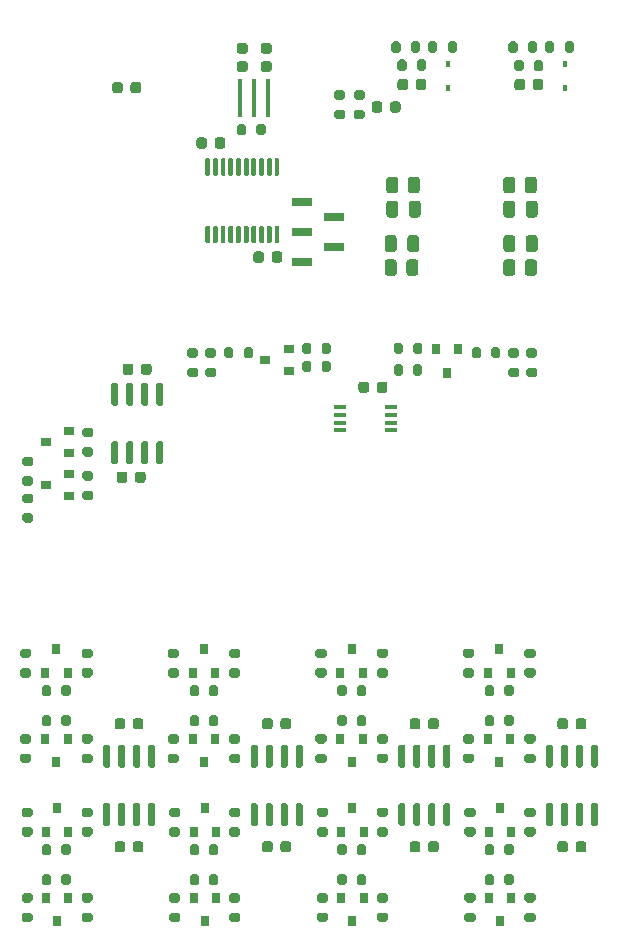
<source format=gbr>
%TF.GenerationSoftware,KiCad,Pcbnew,(5.1.10)-1*%
%TF.CreationDate,2022-01-20T20:18:56+07:00*%
%TF.ProjectId,PCB_4x_pnlz1_3,5043425f-3478-45f7-906e-6c7a315f332e,rev?*%
%TF.SameCoordinates,Original*%
%TF.FileFunction,Paste,Top*%
%TF.FilePolarity,Positive*%
%FSLAX46Y46*%
G04 Gerber Fmt 4.6, Leading zero omitted, Abs format (unit mm)*
G04 Created by KiCad (PCBNEW (5.1.10)-1) date 2022-01-20 20:18:56*
%MOMM*%
%LPD*%
G01*
G04 APERTURE LIST*
%ADD10R,0.800000X0.900000*%
%ADD11R,1.800000X0.650000*%
%ADD12R,0.400000X3.200000*%
%ADD13R,0.450000X0.600000*%
%ADD14R,0.900000X0.800000*%
%ADD15R,1.100000X0.400000*%
G04 APERTURE END LIST*
%TO.C,C3*%
G36*
G01*
X107791000Y-111443000D02*
X107791000Y-111943000D01*
G75*
G02*
X107566000Y-112168000I-225000J0D01*
G01*
X107116000Y-112168000D01*
G75*
G02*
X106891000Y-111943000I0J225000D01*
G01*
X106891000Y-111443000D01*
G75*
G02*
X107116000Y-111218000I225000J0D01*
G01*
X107566000Y-111218000D01*
G75*
G02*
X107791000Y-111443000I0J-225000D01*
G01*
G37*
G36*
G01*
X106241000Y-111443000D02*
X106241000Y-111943000D01*
G75*
G02*
X106016000Y-112168000I-225000J0D01*
G01*
X105566000Y-112168000D01*
G75*
G02*
X105341000Y-111943000I0J225000D01*
G01*
X105341000Y-111443000D01*
G75*
G02*
X105566000Y-111218000I225000J0D01*
G01*
X106016000Y-111218000D01*
G75*
G02*
X106241000Y-111443000I0J-225000D01*
G01*
G37*
%TD*%
%TO.C,C3*%
G36*
G01*
X95291000Y-111443000D02*
X95291000Y-111943000D01*
G75*
G02*
X95066000Y-112168000I-225000J0D01*
G01*
X94616000Y-112168000D01*
G75*
G02*
X94391000Y-111943000I0J225000D01*
G01*
X94391000Y-111443000D01*
G75*
G02*
X94616000Y-111218000I225000J0D01*
G01*
X95066000Y-111218000D01*
G75*
G02*
X95291000Y-111443000I0J-225000D01*
G01*
G37*
G36*
G01*
X93741000Y-111443000D02*
X93741000Y-111943000D01*
G75*
G02*
X93516000Y-112168000I-225000J0D01*
G01*
X93066000Y-112168000D01*
G75*
G02*
X92841000Y-111943000I0J225000D01*
G01*
X92841000Y-111443000D01*
G75*
G02*
X93066000Y-111218000I225000J0D01*
G01*
X93516000Y-111218000D01*
G75*
G02*
X93741000Y-111443000I0J-225000D01*
G01*
G37*
%TD*%
%TO.C,C3*%
G36*
G01*
X82791000Y-111443000D02*
X82791000Y-111943000D01*
G75*
G02*
X82566000Y-112168000I-225000J0D01*
G01*
X82116000Y-112168000D01*
G75*
G02*
X81891000Y-111943000I0J225000D01*
G01*
X81891000Y-111443000D01*
G75*
G02*
X82116000Y-111218000I225000J0D01*
G01*
X82566000Y-111218000D01*
G75*
G02*
X82791000Y-111443000I0J-225000D01*
G01*
G37*
G36*
G01*
X81241000Y-111443000D02*
X81241000Y-111943000D01*
G75*
G02*
X81016000Y-112168000I-225000J0D01*
G01*
X80566000Y-112168000D01*
G75*
G02*
X80341000Y-111943000I0J225000D01*
G01*
X80341000Y-111443000D01*
G75*
G02*
X80566000Y-111218000I225000J0D01*
G01*
X81016000Y-111218000D01*
G75*
G02*
X81241000Y-111443000I0J-225000D01*
G01*
G37*
%TD*%
%TO.C,C5*%
G36*
G01*
X107791000Y-121857000D02*
X107791000Y-122357000D01*
G75*
G02*
X107566000Y-122582000I-225000J0D01*
G01*
X107116000Y-122582000D01*
G75*
G02*
X106891000Y-122357000I0J225000D01*
G01*
X106891000Y-121857000D01*
G75*
G02*
X107116000Y-121632000I225000J0D01*
G01*
X107566000Y-121632000D01*
G75*
G02*
X107791000Y-121857000I0J-225000D01*
G01*
G37*
G36*
G01*
X106241000Y-121857000D02*
X106241000Y-122357000D01*
G75*
G02*
X106016000Y-122582000I-225000J0D01*
G01*
X105566000Y-122582000D01*
G75*
G02*
X105341000Y-122357000I0J225000D01*
G01*
X105341000Y-121857000D01*
G75*
G02*
X105566000Y-121632000I225000J0D01*
G01*
X106016000Y-121632000D01*
G75*
G02*
X106241000Y-121857000I0J-225000D01*
G01*
G37*
%TD*%
%TO.C,C5*%
G36*
G01*
X95291000Y-121857000D02*
X95291000Y-122357000D01*
G75*
G02*
X95066000Y-122582000I-225000J0D01*
G01*
X94616000Y-122582000D01*
G75*
G02*
X94391000Y-122357000I0J225000D01*
G01*
X94391000Y-121857000D01*
G75*
G02*
X94616000Y-121632000I225000J0D01*
G01*
X95066000Y-121632000D01*
G75*
G02*
X95291000Y-121857000I0J-225000D01*
G01*
G37*
G36*
G01*
X93741000Y-121857000D02*
X93741000Y-122357000D01*
G75*
G02*
X93516000Y-122582000I-225000J0D01*
G01*
X93066000Y-122582000D01*
G75*
G02*
X92841000Y-122357000I0J225000D01*
G01*
X92841000Y-121857000D01*
G75*
G02*
X93066000Y-121632000I225000J0D01*
G01*
X93516000Y-121632000D01*
G75*
G02*
X93741000Y-121857000I0J-225000D01*
G01*
G37*
%TD*%
%TO.C,C5*%
G36*
G01*
X82791000Y-121857000D02*
X82791000Y-122357000D01*
G75*
G02*
X82566000Y-122582000I-225000J0D01*
G01*
X82116000Y-122582000D01*
G75*
G02*
X81891000Y-122357000I0J225000D01*
G01*
X81891000Y-121857000D01*
G75*
G02*
X82116000Y-121632000I225000J0D01*
G01*
X82566000Y-121632000D01*
G75*
G02*
X82791000Y-121857000I0J-225000D01*
G01*
G37*
G36*
G01*
X81241000Y-121857000D02*
X81241000Y-122357000D01*
G75*
G02*
X81016000Y-122582000I-225000J0D01*
G01*
X80566000Y-122582000D01*
G75*
G02*
X80341000Y-122357000I0J225000D01*
G01*
X80341000Y-121857000D01*
G75*
G02*
X80566000Y-121632000I225000J0D01*
G01*
X81016000Y-121632000D01*
G75*
G02*
X81241000Y-121857000I0J-225000D01*
G01*
G37*
%TD*%
D10*
%TO.C,Q2*%
X101367000Y-112963000D03*
X99467000Y-112963000D03*
X100417000Y-114963000D03*
%TD*%
%TO.C,Q2*%
X88867000Y-112963000D03*
X86967000Y-112963000D03*
X87917000Y-114963000D03*
%TD*%
%TO.C,Q2*%
X76367000Y-112963000D03*
X74467000Y-112963000D03*
X75417000Y-114963000D03*
%TD*%
%TO.C,Q3*%
X99472000Y-107375000D03*
X101372000Y-107375000D03*
X100422000Y-105375000D03*
%TD*%
%TO.C,Q3*%
X86972000Y-107375000D03*
X88872000Y-107375000D03*
X87922000Y-105375000D03*
%TD*%
%TO.C,Q3*%
X74472000Y-107375000D03*
X76372000Y-107375000D03*
X75422000Y-105375000D03*
%TD*%
%TO.C,Q5*%
X99533000Y-120837000D03*
X101433000Y-120837000D03*
X100483000Y-118837000D03*
%TD*%
%TO.C,Q5*%
X87033000Y-120837000D03*
X88933000Y-120837000D03*
X87983000Y-118837000D03*
%TD*%
%TO.C,Q5*%
X74533000Y-120837000D03*
X76433000Y-120837000D03*
X75483000Y-118837000D03*
%TD*%
%TO.C,Q7*%
X100483000Y-128425000D03*
X99533000Y-126425000D03*
X101433000Y-126425000D03*
%TD*%
%TO.C,Q7*%
X87983000Y-128425000D03*
X87033000Y-126425000D03*
X88933000Y-126425000D03*
%TD*%
%TO.C,Q7*%
X75483000Y-128425000D03*
X74533000Y-126425000D03*
X76433000Y-126425000D03*
%TD*%
%TO.C,R2*%
G36*
G01*
X103298000Y-115013000D02*
X102748000Y-115013000D01*
G75*
G02*
X102548000Y-114813000I0J200000D01*
G01*
X102548000Y-114413000D01*
G75*
G02*
X102748000Y-114213000I200000J0D01*
G01*
X103298000Y-114213000D01*
G75*
G02*
X103498000Y-114413000I0J-200000D01*
G01*
X103498000Y-114813000D01*
G75*
G02*
X103298000Y-115013000I-200000J0D01*
G01*
G37*
G36*
G01*
X103298000Y-113363000D02*
X102748000Y-113363000D01*
G75*
G02*
X102548000Y-113163000I0J200000D01*
G01*
X102548000Y-112763000D01*
G75*
G02*
X102748000Y-112563000I200000J0D01*
G01*
X103298000Y-112563000D01*
G75*
G02*
X103498000Y-112763000I0J-200000D01*
G01*
X103498000Y-113163000D01*
G75*
G02*
X103298000Y-113363000I-200000J0D01*
G01*
G37*
%TD*%
%TO.C,R2*%
G36*
G01*
X90798000Y-115013000D02*
X90248000Y-115013000D01*
G75*
G02*
X90048000Y-114813000I0J200000D01*
G01*
X90048000Y-114413000D01*
G75*
G02*
X90248000Y-114213000I200000J0D01*
G01*
X90798000Y-114213000D01*
G75*
G02*
X90998000Y-114413000I0J-200000D01*
G01*
X90998000Y-114813000D01*
G75*
G02*
X90798000Y-115013000I-200000J0D01*
G01*
G37*
G36*
G01*
X90798000Y-113363000D02*
X90248000Y-113363000D01*
G75*
G02*
X90048000Y-113163000I0J200000D01*
G01*
X90048000Y-112763000D01*
G75*
G02*
X90248000Y-112563000I200000J0D01*
G01*
X90798000Y-112563000D01*
G75*
G02*
X90998000Y-112763000I0J-200000D01*
G01*
X90998000Y-113163000D01*
G75*
G02*
X90798000Y-113363000I-200000J0D01*
G01*
G37*
%TD*%
%TO.C,R2*%
G36*
G01*
X78298000Y-115013000D02*
X77748000Y-115013000D01*
G75*
G02*
X77548000Y-114813000I0J200000D01*
G01*
X77548000Y-114413000D01*
G75*
G02*
X77748000Y-114213000I200000J0D01*
G01*
X78298000Y-114213000D01*
G75*
G02*
X78498000Y-114413000I0J-200000D01*
G01*
X78498000Y-114813000D01*
G75*
G02*
X78298000Y-115013000I-200000J0D01*
G01*
G37*
G36*
G01*
X78298000Y-113363000D02*
X77748000Y-113363000D01*
G75*
G02*
X77548000Y-113163000I0J200000D01*
G01*
X77548000Y-112763000D01*
G75*
G02*
X77748000Y-112563000I200000J0D01*
G01*
X78298000Y-112563000D01*
G75*
G02*
X78498000Y-112763000I0J-200000D01*
G01*
X78498000Y-113163000D01*
G75*
G02*
X78298000Y-113363000I-200000J0D01*
G01*
G37*
%TD*%
%TO.C,R3*%
G36*
G01*
X97541000Y-105325000D02*
X98091000Y-105325000D01*
G75*
G02*
X98291000Y-105525000I0J-200000D01*
G01*
X98291000Y-105925000D01*
G75*
G02*
X98091000Y-106125000I-200000J0D01*
G01*
X97541000Y-106125000D01*
G75*
G02*
X97341000Y-105925000I0J200000D01*
G01*
X97341000Y-105525000D01*
G75*
G02*
X97541000Y-105325000I200000J0D01*
G01*
G37*
G36*
G01*
X97541000Y-106975000D02*
X98091000Y-106975000D01*
G75*
G02*
X98291000Y-107175000I0J-200000D01*
G01*
X98291000Y-107575000D01*
G75*
G02*
X98091000Y-107775000I-200000J0D01*
G01*
X97541000Y-107775000D01*
G75*
G02*
X97341000Y-107575000I0J200000D01*
G01*
X97341000Y-107175000D01*
G75*
G02*
X97541000Y-106975000I200000J0D01*
G01*
G37*
%TD*%
%TO.C,R3*%
G36*
G01*
X85041000Y-105325000D02*
X85591000Y-105325000D01*
G75*
G02*
X85791000Y-105525000I0J-200000D01*
G01*
X85791000Y-105925000D01*
G75*
G02*
X85591000Y-106125000I-200000J0D01*
G01*
X85041000Y-106125000D01*
G75*
G02*
X84841000Y-105925000I0J200000D01*
G01*
X84841000Y-105525000D01*
G75*
G02*
X85041000Y-105325000I200000J0D01*
G01*
G37*
G36*
G01*
X85041000Y-106975000D02*
X85591000Y-106975000D01*
G75*
G02*
X85791000Y-107175000I0J-200000D01*
G01*
X85791000Y-107575000D01*
G75*
G02*
X85591000Y-107775000I-200000J0D01*
G01*
X85041000Y-107775000D01*
G75*
G02*
X84841000Y-107575000I0J200000D01*
G01*
X84841000Y-107175000D01*
G75*
G02*
X85041000Y-106975000I200000J0D01*
G01*
G37*
%TD*%
%TO.C,R3*%
G36*
G01*
X72541000Y-105325000D02*
X73091000Y-105325000D01*
G75*
G02*
X73291000Y-105525000I0J-200000D01*
G01*
X73291000Y-105925000D01*
G75*
G02*
X73091000Y-106125000I-200000J0D01*
G01*
X72541000Y-106125000D01*
G75*
G02*
X72341000Y-105925000I0J200000D01*
G01*
X72341000Y-105525000D01*
G75*
G02*
X72541000Y-105325000I200000J0D01*
G01*
G37*
G36*
G01*
X72541000Y-106975000D02*
X73091000Y-106975000D01*
G75*
G02*
X73291000Y-107175000I0J-200000D01*
G01*
X73291000Y-107575000D01*
G75*
G02*
X73091000Y-107775000I-200000J0D01*
G01*
X72541000Y-107775000D01*
G75*
G02*
X72341000Y-107575000I0J200000D01*
G01*
X72341000Y-107175000D01*
G75*
G02*
X72541000Y-106975000I200000J0D01*
G01*
G37*
%TD*%
%TO.C,R6*%
G36*
G01*
X97541000Y-112563000D02*
X98091000Y-112563000D01*
G75*
G02*
X98291000Y-112763000I0J-200000D01*
G01*
X98291000Y-113163000D01*
G75*
G02*
X98091000Y-113363000I-200000J0D01*
G01*
X97541000Y-113363000D01*
G75*
G02*
X97341000Y-113163000I0J200000D01*
G01*
X97341000Y-112763000D01*
G75*
G02*
X97541000Y-112563000I200000J0D01*
G01*
G37*
G36*
G01*
X97541000Y-114213000D02*
X98091000Y-114213000D01*
G75*
G02*
X98291000Y-114413000I0J-200000D01*
G01*
X98291000Y-114813000D01*
G75*
G02*
X98091000Y-115013000I-200000J0D01*
G01*
X97541000Y-115013000D01*
G75*
G02*
X97341000Y-114813000I0J200000D01*
G01*
X97341000Y-114413000D01*
G75*
G02*
X97541000Y-114213000I200000J0D01*
G01*
G37*
%TD*%
%TO.C,R6*%
G36*
G01*
X85041000Y-112563000D02*
X85591000Y-112563000D01*
G75*
G02*
X85791000Y-112763000I0J-200000D01*
G01*
X85791000Y-113163000D01*
G75*
G02*
X85591000Y-113363000I-200000J0D01*
G01*
X85041000Y-113363000D01*
G75*
G02*
X84841000Y-113163000I0J200000D01*
G01*
X84841000Y-112763000D01*
G75*
G02*
X85041000Y-112563000I200000J0D01*
G01*
G37*
G36*
G01*
X85041000Y-114213000D02*
X85591000Y-114213000D01*
G75*
G02*
X85791000Y-114413000I0J-200000D01*
G01*
X85791000Y-114813000D01*
G75*
G02*
X85591000Y-115013000I-200000J0D01*
G01*
X85041000Y-115013000D01*
G75*
G02*
X84841000Y-114813000I0J200000D01*
G01*
X84841000Y-114413000D01*
G75*
G02*
X85041000Y-114213000I200000J0D01*
G01*
G37*
%TD*%
%TO.C,R6*%
G36*
G01*
X72541000Y-112563000D02*
X73091000Y-112563000D01*
G75*
G02*
X73291000Y-112763000I0J-200000D01*
G01*
X73291000Y-113163000D01*
G75*
G02*
X73091000Y-113363000I-200000J0D01*
G01*
X72541000Y-113363000D01*
G75*
G02*
X72341000Y-113163000I0J200000D01*
G01*
X72341000Y-112763000D01*
G75*
G02*
X72541000Y-112563000I200000J0D01*
G01*
G37*
G36*
G01*
X72541000Y-114213000D02*
X73091000Y-114213000D01*
G75*
G02*
X73291000Y-114413000I0J-200000D01*
G01*
X73291000Y-114813000D01*
G75*
G02*
X73091000Y-115013000I-200000J0D01*
G01*
X72541000Y-115013000D01*
G75*
G02*
X72341000Y-114813000I0J200000D01*
G01*
X72341000Y-114413000D01*
G75*
G02*
X72541000Y-114213000I200000J0D01*
G01*
G37*
%TD*%
%TO.C,R7*%
G36*
G01*
X103298000Y-107774000D02*
X102748000Y-107774000D01*
G75*
G02*
X102548000Y-107574000I0J200000D01*
G01*
X102548000Y-107174000D01*
G75*
G02*
X102748000Y-106974000I200000J0D01*
G01*
X103298000Y-106974000D01*
G75*
G02*
X103498000Y-107174000I0J-200000D01*
G01*
X103498000Y-107574000D01*
G75*
G02*
X103298000Y-107774000I-200000J0D01*
G01*
G37*
G36*
G01*
X103298000Y-106124000D02*
X102748000Y-106124000D01*
G75*
G02*
X102548000Y-105924000I0J200000D01*
G01*
X102548000Y-105524000D01*
G75*
G02*
X102748000Y-105324000I200000J0D01*
G01*
X103298000Y-105324000D01*
G75*
G02*
X103498000Y-105524000I0J-200000D01*
G01*
X103498000Y-105924000D01*
G75*
G02*
X103298000Y-106124000I-200000J0D01*
G01*
G37*
%TD*%
%TO.C,R7*%
G36*
G01*
X90798000Y-107774000D02*
X90248000Y-107774000D01*
G75*
G02*
X90048000Y-107574000I0J200000D01*
G01*
X90048000Y-107174000D01*
G75*
G02*
X90248000Y-106974000I200000J0D01*
G01*
X90798000Y-106974000D01*
G75*
G02*
X90998000Y-107174000I0J-200000D01*
G01*
X90998000Y-107574000D01*
G75*
G02*
X90798000Y-107774000I-200000J0D01*
G01*
G37*
G36*
G01*
X90798000Y-106124000D02*
X90248000Y-106124000D01*
G75*
G02*
X90048000Y-105924000I0J200000D01*
G01*
X90048000Y-105524000D01*
G75*
G02*
X90248000Y-105324000I200000J0D01*
G01*
X90798000Y-105324000D01*
G75*
G02*
X90998000Y-105524000I0J-200000D01*
G01*
X90998000Y-105924000D01*
G75*
G02*
X90798000Y-106124000I-200000J0D01*
G01*
G37*
%TD*%
%TO.C,R7*%
G36*
G01*
X78298000Y-107774000D02*
X77748000Y-107774000D01*
G75*
G02*
X77548000Y-107574000I0J200000D01*
G01*
X77548000Y-107174000D01*
G75*
G02*
X77748000Y-106974000I200000J0D01*
G01*
X78298000Y-106974000D01*
G75*
G02*
X78498000Y-107174000I0J-200000D01*
G01*
X78498000Y-107574000D01*
G75*
G02*
X78298000Y-107774000I-200000J0D01*
G01*
G37*
G36*
G01*
X78298000Y-106124000D02*
X77748000Y-106124000D01*
G75*
G02*
X77548000Y-105924000I0J200000D01*
G01*
X77548000Y-105524000D01*
G75*
G02*
X77748000Y-105324000I200000J0D01*
G01*
X78298000Y-105324000D01*
G75*
G02*
X78498000Y-105524000I0J-200000D01*
G01*
X78498000Y-105924000D01*
G75*
G02*
X78298000Y-106124000I-200000J0D01*
G01*
G37*
%TD*%
%TO.C,R10*%
G36*
G01*
X101645000Y-111164000D02*
X101645000Y-111714000D01*
G75*
G02*
X101445000Y-111914000I-200000J0D01*
G01*
X101045000Y-111914000D01*
G75*
G02*
X100845000Y-111714000I0J200000D01*
G01*
X100845000Y-111164000D01*
G75*
G02*
X101045000Y-110964000I200000J0D01*
G01*
X101445000Y-110964000D01*
G75*
G02*
X101645000Y-111164000I0J-200000D01*
G01*
G37*
G36*
G01*
X99995000Y-111164000D02*
X99995000Y-111714000D01*
G75*
G02*
X99795000Y-111914000I-200000J0D01*
G01*
X99395000Y-111914000D01*
G75*
G02*
X99195000Y-111714000I0J200000D01*
G01*
X99195000Y-111164000D01*
G75*
G02*
X99395000Y-110964000I200000J0D01*
G01*
X99795000Y-110964000D01*
G75*
G02*
X99995000Y-111164000I0J-200000D01*
G01*
G37*
%TD*%
%TO.C,R10*%
G36*
G01*
X89145000Y-111164000D02*
X89145000Y-111714000D01*
G75*
G02*
X88945000Y-111914000I-200000J0D01*
G01*
X88545000Y-111914000D01*
G75*
G02*
X88345000Y-111714000I0J200000D01*
G01*
X88345000Y-111164000D01*
G75*
G02*
X88545000Y-110964000I200000J0D01*
G01*
X88945000Y-110964000D01*
G75*
G02*
X89145000Y-111164000I0J-200000D01*
G01*
G37*
G36*
G01*
X87495000Y-111164000D02*
X87495000Y-111714000D01*
G75*
G02*
X87295000Y-111914000I-200000J0D01*
G01*
X86895000Y-111914000D01*
G75*
G02*
X86695000Y-111714000I0J200000D01*
G01*
X86695000Y-111164000D01*
G75*
G02*
X86895000Y-110964000I200000J0D01*
G01*
X87295000Y-110964000D01*
G75*
G02*
X87495000Y-111164000I0J-200000D01*
G01*
G37*
%TD*%
%TO.C,R10*%
G36*
G01*
X76645000Y-111164000D02*
X76645000Y-111714000D01*
G75*
G02*
X76445000Y-111914000I-200000J0D01*
G01*
X76045000Y-111914000D01*
G75*
G02*
X75845000Y-111714000I0J200000D01*
G01*
X75845000Y-111164000D01*
G75*
G02*
X76045000Y-110964000I200000J0D01*
G01*
X76445000Y-110964000D01*
G75*
G02*
X76645000Y-111164000I0J-200000D01*
G01*
G37*
G36*
G01*
X74995000Y-111164000D02*
X74995000Y-111714000D01*
G75*
G02*
X74795000Y-111914000I-200000J0D01*
G01*
X74395000Y-111914000D01*
G75*
G02*
X74195000Y-111714000I0J200000D01*
G01*
X74195000Y-111164000D01*
G75*
G02*
X74395000Y-110964000I200000J0D01*
G01*
X74795000Y-110964000D01*
G75*
G02*
X74995000Y-111164000I0J-200000D01*
G01*
G37*
%TD*%
%TO.C,R11*%
G36*
G01*
X99195000Y-109174000D02*
X99195000Y-108624000D01*
G75*
G02*
X99395000Y-108424000I200000J0D01*
G01*
X99795000Y-108424000D01*
G75*
G02*
X99995000Y-108624000I0J-200000D01*
G01*
X99995000Y-109174000D01*
G75*
G02*
X99795000Y-109374000I-200000J0D01*
G01*
X99395000Y-109374000D01*
G75*
G02*
X99195000Y-109174000I0J200000D01*
G01*
G37*
G36*
G01*
X100845000Y-109174000D02*
X100845000Y-108624000D01*
G75*
G02*
X101045000Y-108424000I200000J0D01*
G01*
X101445000Y-108424000D01*
G75*
G02*
X101645000Y-108624000I0J-200000D01*
G01*
X101645000Y-109174000D01*
G75*
G02*
X101445000Y-109374000I-200000J0D01*
G01*
X101045000Y-109374000D01*
G75*
G02*
X100845000Y-109174000I0J200000D01*
G01*
G37*
%TD*%
%TO.C,R11*%
G36*
G01*
X86695000Y-109174000D02*
X86695000Y-108624000D01*
G75*
G02*
X86895000Y-108424000I200000J0D01*
G01*
X87295000Y-108424000D01*
G75*
G02*
X87495000Y-108624000I0J-200000D01*
G01*
X87495000Y-109174000D01*
G75*
G02*
X87295000Y-109374000I-200000J0D01*
G01*
X86895000Y-109374000D01*
G75*
G02*
X86695000Y-109174000I0J200000D01*
G01*
G37*
G36*
G01*
X88345000Y-109174000D02*
X88345000Y-108624000D01*
G75*
G02*
X88545000Y-108424000I200000J0D01*
G01*
X88945000Y-108424000D01*
G75*
G02*
X89145000Y-108624000I0J-200000D01*
G01*
X89145000Y-109174000D01*
G75*
G02*
X88945000Y-109374000I-200000J0D01*
G01*
X88545000Y-109374000D01*
G75*
G02*
X88345000Y-109174000I0J200000D01*
G01*
G37*
%TD*%
%TO.C,R11*%
G36*
G01*
X74195000Y-109174000D02*
X74195000Y-108624000D01*
G75*
G02*
X74395000Y-108424000I200000J0D01*
G01*
X74795000Y-108424000D01*
G75*
G02*
X74995000Y-108624000I0J-200000D01*
G01*
X74995000Y-109174000D01*
G75*
G02*
X74795000Y-109374000I-200000J0D01*
G01*
X74395000Y-109374000D01*
G75*
G02*
X74195000Y-109174000I0J200000D01*
G01*
G37*
G36*
G01*
X75845000Y-109174000D02*
X75845000Y-108624000D01*
G75*
G02*
X76045000Y-108424000I200000J0D01*
G01*
X76445000Y-108424000D01*
G75*
G02*
X76645000Y-108624000I0J-200000D01*
G01*
X76645000Y-109174000D01*
G75*
G02*
X76445000Y-109374000I-200000J0D01*
G01*
X76045000Y-109374000D01*
G75*
G02*
X75845000Y-109174000I0J200000D01*
G01*
G37*
%TD*%
%TO.C,R13*%
G36*
G01*
X99194000Y-122636000D02*
X99194000Y-122086000D01*
G75*
G02*
X99394000Y-121886000I200000J0D01*
G01*
X99794000Y-121886000D01*
G75*
G02*
X99994000Y-122086000I0J-200000D01*
G01*
X99994000Y-122636000D01*
G75*
G02*
X99794000Y-122836000I-200000J0D01*
G01*
X99394000Y-122836000D01*
G75*
G02*
X99194000Y-122636000I0J200000D01*
G01*
G37*
G36*
G01*
X100844000Y-122636000D02*
X100844000Y-122086000D01*
G75*
G02*
X101044000Y-121886000I200000J0D01*
G01*
X101444000Y-121886000D01*
G75*
G02*
X101644000Y-122086000I0J-200000D01*
G01*
X101644000Y-122636000D01*
G75*
G02*
X101444000Y-122836000I-200000J0D01*
G01*
X101044000Y-122836000D01*
G75*
G02*
X100844000Y-122636000I0J200000D01*
G01*
G37*
%TD*%
%TO.C,R13*%
G36*
G01*
X86694000Y-122636000D02*
X86694000Y-122086000D01*
G75*
G02*
X86894000Y-121886000I200000J0D01*
G01*
X87294000Y-121886000D01*
G75*
G02*
X87494000Y-122086000I0J-200000D01*
G01*
X87494000Y-122636000D01*
G75*
G02*
X87294000Y-122836000I-200000J0D01*
G01*
X86894000Y-122836000D01*
G75*
G02*
X86694000Y-122636000I0J200000D01*
G01*
G37*
G36*
G01*
X88344000Y-122636000D02*
X88344000Y-122086000D01*
G75*
G02*
X88544000Y-121886000I200000J0D01*
G01*
X88944000Y-121886000D01*
G75*
G02*
X89144000Y-122086000I0J-200000D01*
G01*
X89144000Y-122636000D01*
G75*
G02*
X88944000Y-122836000I-200000J0D01*
G01*
X88544000Y-122836000D01*
G75*
G02*
X88344000Y-122636000I0J200000D01*
G01*
G37*
%TD*%
%TO.C,R13*%
G36*
G01*
X74194000Y-122636000D02*
X74194000Y-122086000D01*
G75*
G02*
X74394000Y-121886000I200000J0D01*
G01*
X74794000Y-121886000D01*
G75*
G02*
X74994000Y-122086000I0J-200000D01*
G01*
X74994000Y-122636000D01*
G75*
G02*
X74794000Y-122836000I-200000J0D01*
G01*
X74394000Y-122836000D01*
G75*
G02*
X74194000Y-122636000I0J200000D01*
G01*
G37*
G36*
G01*
X75844000Y-122636000D02*
X75844000Y-122086000D01*
G75*
G02*
X76044000Y-121886000I200000J0D01*
G01*
X76444000Y-121886000D01*
G75*
G02*
X76644000Y-122086000I0J-200000D01*
G01*
X76644000Y-122636000D01*
G75*
G02*
X76444000Y-122836000I-200000J0D01*
G01*
X76044000Y-122836000D01*
G75*
G02*
X75844000Y-122636000I0J200000D01*
G01*
G37*
%TD*%
%TO.C,R15*%
G36*
G01*
X99995000Y-124626000D02*
X99995000Y-125176000D01*
G75*
G02*
X99795000Y-125376000I-200000J0D01*
G01*
X99395000Y-125376000D01*
G75*
G02*
X99195000Y-125176000I0J200000D01*
G01*
X99195000Y-124626000D01*
G75*
G02*
X99395000Y-124426000I200000J0D01*
G01*
X99795000Y-124426000D01*
G75*
G02*
X99995000Y-124626000I0J-200000D01*
G01*
G37*
G36*
G01*
X101645000Y-124626000D02*
X101645000Y-125176000D01*
G75*
G02*
X101445000Y-125376000I-200000J0D01*
G01*
X101045000Y-125376000D01*
G75*
G02*
X100845000Y-125176000I0J200000D01*
G01*
X100845000Y-124626000D01*
G75*
G02*
X101045000Y-124426000I200000J0D01*
G01*
X101445000Y-124426000D01*
G75*
G02*
X101645000Y-124626000I0J-200000D01*
G01*
G37*
%TD*%
%TO.C,R15*%
G36*
G01*
X87495000Y-124626000D02*
X87495000Y-125176000D01*
G75*
G02*
X87295000Y-125376000I-200000J0D01*
G01*
X86895000Y-125376000D01*
G75*
G02*
X86695000Y-125176000I0J200000D01*
G01*
X86695000Y-124626000D01*
G75*
G02*
X86895000Y-124426000I200000J0D01*
G01*
X87295000Y-124426000D01*
G75*
G02*
X87495000Y-124626000I0J-200000D01*
G01*
G37*
G36*
G01*
X89145000Y-124626000D02*
X89145000Y-125176000D01*
G75*
G02*
X88945000Y-125376000I-200000J0D01*
G01*
X88545000Y-125376000D01*
G75*
G02*
X88345000Y-125176000I0J200000D01*
G01*
X88345000Y-124626000D01*
G75*
G02*
X88545000Y-124426000I200000J0D01*
G01*
X88945000Y-124426000D01*
G75*
G02*
X89145000Y-124626000I0J-200000D01*
G01*
G37*
%TD*%
%TO.C,R15*%
G36*
G01*
X74995000Y-124626000D02*
X74995000Y-125176000D01*
G75*
G02*
X74795000Y-125376000I-200000J0D01*
G01*
X74395000Y-125376000D01*
G75*
G02*
X74195000Y-125176000I0J200000D01*
G01*
X74195000Y-124626000D01*
G75*
G02*
X74395000Y-124426000I200000J0D01*
G01*
X74795000Y-124426000D01*
G75*
G02*
X74995000Y-124626000I0J-200000D01*
G01*
G37*
G36*
G01*
X76645000Y-124626000D02*
X76645000Y-125176000D01*
G75*
G02*
X76445000Y-125376000I-200000J0D01*
G01*
X76045000Y-125376000D01*
G75*
G02*
X75845000Y-125176000I0J200000D01*
G01*
X75845000Y-124626000D01*
G75*
G02*
X76045000Y-124426000I200000J0D01*
G01*
X76445000Y-124426000D01*
G75*
G02*
X76645000Y-124626000I0J-200000D01*
G01*
G37*
%TD*%
%TO.C,R17*%
G36*
G01*
X102748000Y-118787000D02*
X103298000Y-118787000D01*
G75*
G02*
X103498000Y-118987000I0J-200000D01*
G01*
X103498000Y-119387000D01*
G75*
G02*
X103298000Y-119587000I-200000J0D01*
G01*
X102748000Y-119587000D01*
G75*
G02*
X102548000Y-119387000I0J200000D01*
G01*
X102548000Y-118987000D01*
G75*
G02*
X102748000Y-118787000I200000J0D01*
G01*
G37*
G36*
G01*
X102748000Y-120437000D02*
X103298000Y-120437000D01*
G75*
G02*
X103498000Y-120637000I0J-200000D01*
G01*
X103498000Y-121037000D01*
G75*
G02*
X103298000Y-121237000I-200000J0D01*
G01*
X102748000Y-121237000D01*
G75*
G02*
X102548000Y-121037000I0J200000D01*
G01*
X102548000Y-120637000D01*
G75*
G02*
X102748000Y-120437000I200000J0D01*
G01*
G37*
%TD*%
%TO.C,R17*%
G36*
G01*
X90248000Y-118787000D02*
X90798000Y-118787000D01*
G75*
G02*
X90998000Y-118987000I0J-200000D01*
G01*
X90998000Y-119387000D01*
G75*
G02*
X90798000Y-119587000I-200000J0D01*
G01*
X90248000Y-119587000D01*
G75*
G02*
X90048000Y-119387000I0J200000D01*
G01*
X90048000Y-118987000D01*
G75*
G02*
X90248000Y-118787000I200000J0D01*
G01*
G37*
G36*
G01*
X90248000Y-120437000D02*
X90798000Y-120437000D01*
G75*
G02*
X90998000Y-120637000I0J-200000D01*
G01*
X90998000Y-121037000D01*
G75*
G02*
X90798000Y-121237000I-200000J0D01*
G01*
X90248000Y-121237000D01*
G75*
G02*
X90048000Y-121037000I0J200000D01*
G01*
X90048000Y-120637000D01*
G75*
G02*
X90248000Y-120437000I200000J0D01*
G01*
G37*
%TD*%
%TO.C,R17*%
G36*
G01*
X77748000Y-118787000D02*
X78298000Y-118787000D01*
G75*
G02*
X78498000Y-118987000I0J-200000D01*
G01*
X78498000Y-119387000D01*
G75*
G02*
X78298000Y-119587000I-200000J0D01*
G01*
X77748000Y-119587000D01*
G75*
G02*
X77548000Y-119387000I0J200000D01*
G01*
X77548000Y-118987000D01*
G75*
G02*
X77748000Y-118787000I200000J0D01*
G01*
G37*
G36*
G01*
X77748000Y-120437000D02*
X78298000Y-120437000D01*
G75*
G02*
X78498000Y-120637000I0J-200000D01*
G01*
X78498000Y-121037000D01*
G75*
G02*
X78298000Y-121237000I-200000J0D01*
G01*
X77748000Y-121237000D01*
G75*
G02*
X77548000Y-121037000I0J200000D01*
G01*
X77548000Y-120637000D01*
G75*
G02*
X77748000Y-120437000I200000J0D01*
G01*
G37*
%TD*%
%TO.C,R19*%
G36*
G01*
X98218000Y-126826000D02*
X97668000Y-126826000D01*
G75*
G02*
X97468000Y-126626000I0J200000D01*
G01*
X97468000Y-126226000D01*
G75*
G02*
X97668000Y-126026000I200000J0D01*
G01*
X98218000Y-126026000D01*
G75*
G02*
X98418000Y-126226000I0J-200000D01*
G01*
X98418000Y-126626000D01*
G75*
G02*
X98218000Y-126826000I-200000J0D01*
G01*
G37*
G36*
G01*
X98218000Y-128476000D02*
X97668000Y-128476000D01*
G75*
G02*
X97468000Y-128276000I0J200000D01*
G01*
X97468000Y-127876000D01*
G75*
G02*
X97668000Y-127676000I200000J0D01*
G01*
X98218000Y-127676000D01*
G75*
G02*
X98418000Y-127876000I0J-200000D01*
G01*
X98418000Y-128276000D01*
G75*
G02*
X98218000Y-128476000I-200000J0D01*
G01*
G37*
%TD*%
%TO.C,R19*%
G36*
G01*
X85718000Y-126826000D02*
X85168000Y-126826000D01*
G75*
G02*
X84968000Y-126626000I0J200000D01*
G01*
X84968000Y-126226000D01*
G75*
G02*
X85168000Y-126026000I200000J0D01*
G01*
X85718000Y-126026000D01*
G75*
G02*
X85918000Y-126226000I0J-200000D01*
G01*
X85918000Y-126626000D01*
G75*
G02*
X85718000Y-126826000I-200000J0D01*
G01*
G37*
G36*
G01*
X85718000Y-128476000D02*
X85168000Y-128476000D01*
G75*
G02*
X84968000Y-128276000I0J200000D01*
G01*
X84968000Y-127876000D01*
G75*
G02*
X85168000Y-127676000I200000J0D01*
G01*
X85718000Y-127676000D01*
G75*
G02*
X85918000Y-127876000I0J-200000D01*
G01*
X85918000Y-128276000D01*
G75*
G02*
X85718000Y-128476000I-200000J0D01*
G01*
G37*
%TD*%
%TO.C,R19*%
G36*
G01*
X73218000Y-126826000D02*
X72668000Y-126826000D01*
G75*
G02*
X72468000Y-126626000I0J200000D01*
G01*
X72468000Y-126226000D01*
G75*
G02*
X72668000Y-126026000I200000J0D01*
G01*
X73218000Y-126026000D01*
G75*
G02*
X73418000Y-126226000I0J-200000D01*
G01*
X73418000Y-126626000D01*
G75*
G02*
X73218000Y-126826000I-200000J0D01*
G01*
G37*
G36*
G01*
X73218000Y-128476000D02*
X72668000Y-128476000D01*
G75*
G02*
X72468000Y-128276000I0J200000D01*
G01*
X72468000Y-127876000D01*
G75*
G02*
X72668000Y-127676000I200000J0D01*
G01*
X73218000Y-127676000D01*
G75*
G02*
X73418000Y-127876000I0J-200000D01*
G01*
X73418000Y-128276000D01*
G75*
G02*
X73218000Y-128476000I-200000J0D01*
G01*
G37*
%TD*%
%TO.C,R21*%
G36*
G01*
X97668000Y-118787000D02*
X98218000Y-118787000D01*
G75*
G02*
X98418000Y-118987000I0J-200000D01*
G01*
X98418000Y-119387000D01*
G75*
G02*
X98218000Y-119587000I-200000J0D01*
G01*
X97668000Y-119587000D01*
G75*
G02*
X97468000Y-119387000I0J200000D01*
G01*
X97468000Y-118987000D01*
G75*
G02*
X97668000Y-118787000I200000J0D01*
G01*
G37*
G36*
G01*
X97668000Y-120437000D02*
X98218000Y-120437000D01*
G75*
G02*
X98418000Y-120637000I0J-200000D01*
G01*
X98418000Y-121037000D01*
G75*
G02*
X98218000Y-121237000I-200000J0D01*
G01*
X97668000Y-121237000D01*
G75*
G02*
X97468000Y-121037000I0J200000D01*
G01*
X97468000Y-120637000D01*
G75*
G02*
X97668000Y-120437000I200000J0D01*
G01*
G37*
%TD*%
%TO.C,R21*%
G36*
G01*
X85168000Y-118787000D02*
X85718000Y-118787000D01*
G75*
G02*
X85918000Y-118987000I0J-200000D01*
G01*
X85918000Y-119387000D01*
G75*
G02*
X85718000Y-119587000I-200000J0D01*
G01*
X85168000Y-119587000D01*
G75*
G02*
X84968000Y-119387000I0J200000D01*
G01*
X84968000Y-118987000D01*
G75*
G02*
X85168000Y-118787000I200000J0D01*
G01*
G37*
G36*
G01*
X85168000Y-120437000D02*
X85718000Y-120437000D01*
G75*
G02*
X85918000Y-120637000I0J-200000D01*
G01*
X85918000Y-121037000D01*
G75*
G02*
X85718000Y-121237000I-200000J0D01*
G01*
X85168000Y-121237000D01*
G75*
G02*
X84968000Y-121037000I0J200000D01*
G01*
X84968000Y-120637000D01*
G75*
G02*
X85168000Y-120437000I200000J0D01*
G01*
G37*
%TD*%
%TO.C,R21*%
G36*
G01*
X72668000Y-118787000D02*
X73218000Y-118787000D01*
G75*
G02*
X73418000Y-118987000I0J-200000D01*
G01*
X73418000Y-119387000D01*
G75*
G02*
X73218000Y-119587000I-200000J0D01*
G01*
X72668000Y-119587000D01*
G75*
G02*
X72468000Y-119387000I0J200000D01*
G01*
X72468000Y-118987000D01*
G75*
G02*
X72668000Y-118787000I200000J0D01*
G01*
G37*
G36*
G01*
X72668000Y-120437000D02*
X73218000Y-120437000D01*
G75*
G02*
X73418000Y-120637000I0J-200000D01*
G01*
X73418000Y-121037000D01*
G75*
G02*
X73218000Y-121237000I-200000J0D01*
G01*
X72668000Y-121237000D01*
G75*
G02*
X72468000Y-121037000I0J200000D01*
G01*
X72468000Y-120637000D01*
G75*
G02*
X72668000Y-120437000I200000J0D01*
G01*
G37*
%TD*%
%TO.C,R23*%
G36*
G01*
X103298000Y-126825000D02*
X102748000Y-126825000D01*
G75*
G02*
X102548000Y-126625000I0J200000D01*
G01*
X102548000Y-126225000D01*
G75*
G02*
X102748000Y-126025000I200000J0D01*
G01*
X103298000Y-126025000D01*
G75*
G02*
X103498000Y-126225000I0J-200000D01*
G01*
X103498000Y-126625000D01*
G75*
G02*
X103298000Y-126825000I-200000J0D01*
G01*
G37*
G36*
G01*
X103298000Y-128475000D02*
X102748000Y-128475000D01*
G75*
G02*
X102548000Y-128275000I0J200000D01*
G01*
X102548000Y-127875000D01*
G75*
G02*
X102748000Y-127675000I200000J0D01*
G01*
X103298000Y-127675000D01*
G75*
G02*
X103498000Y-127875000I0J-200000D01*
G01*
X103498000Y-128275000D01*
G75*
G02*
X103298000Y-128475000I-200000J0D01*
G01*
G37*
%TD*%
%TO.C,R23*%
G36*
G01*
X90798000Y-126825000D02*
X90248000Y-126825000D01*
G75*
G02*
X90048000Y-126625000I0J200000D01*
G01*
X90048000Y-126225000D01*
G75*
G02*
X90248000Y-126025000I200000J0D01*
G01*
X90798000Y-126025000D01*
G75*
G02*
X90998000Y-126225000I0J-200000D01*
G01*
X90998000Y-126625000D01*
G75*
G02*
X90798000Y-126825000I-200000J0D01*
G01*
G37*
G36*
G01*
X90798000Y-128475000D02*
X90248000Y-128475000D01*
G75*
G02*
X90048000Y-128275000I0J200000D01*
G01*
X90048000Y-127875000D01*
G75*
G02*
X90248000Y-127675000I200000J0D01*
G01*
X90798000Y-127675000D01*
G75*
G02*
X90998000Y-127875000I0J-200000D01*
G01*
X90998000Y-128275000D01*
G75*
G02*
X90798000Y-128475000I-200000J0D01*
G01*
G37*
%TD*%
%TO.C,R23*%
G36*
G01*
X78298000Y-126825000D02*
X77748000Y-126825000D01*
G75*
G02*
X77548000Y-126625000I0J200000D01*
G01*
X77548000Y-126225000D01*
G75*
G02*
X77748000Y-126025000I200000J0D01*
G01*
X78298000Y-126025000D01*
G75*
G02*
X78498000Y-126225000I0J-200000D01*
G01*
X78498000Y-126625000D01*
G75*
G02*
X78298000Y-126825000I-200000J0D01*
G01*
G37*
G36*
G01*
X78298000Y-128475000D02*
X77748000Y-128475000D01*
G75*
G02*
X77548000Y-128275000I0J200000D01*
G01*
X77548000Y-127875000D01*
G75*
G02*
X77748000Y-127675000I200000J0D01*
G01*
X78298000Y-127675000D01*
G75*
G02*
X78498000Y-127875000I0J-200000D01*
G01*
X78498000Y-128275000D01*
G75*
G02*
X78298000Y-128475000I-200000J0D01*
G01*
G37*
%TD*%
%TO.C,U2*%
G36*
G01*
X108334000Y-113450000D02*
X108634000Y-113450000D01*
G75*
G02*
X108784000Y-113600000I0J-150000D01*
G01*
X108784000Y-115250000D01*
G75*
G02*
X108634000Y-115400000I-150000J0D01*
G01*
X108334000Y-115400000D01*
G75*
G02*
X108184000Y-115250000I0J150000D01*
G01*
X108184000Y-113600000D01*
G75*
G02*
X108334000Y-113450000I150000J0D01*
G01*
G37*
G36*
G01*
X107064000Y-113450000D02*
X107364000Y-113450000D01*
G75*
G02*
X107514000Y-113600000I0J-150000D01*
G01*
X107514000Y-115250000D01*
G75*
G02*
X107364000Y-115400000I-150000J0D01*
G01*
X107064000Y-115400000D01*
G75*
G02*
X106914000Y-115250000I0J150000D01*
G01*
X106914000Y-113600000D01*
G75*
G02*
X107064000Y-113450000I150000J0D01*
G01*
G37*
G36*
G01*
X105794000Y-113450000D02*
X106094000Y-113450000D01*
G75*
G02*
X106244000Y-113600000I0J-150000D01*
G01*
X106244000Y-115250000D01*
G75*
G02*
X106094000Y-115400000I-150000J0D01*
G01*
X105794000Y-115400000D01*
G75*
G02*
X105644000Y-115250000I0J150000D01*
G01*
X105644000Y-113600000D01*
G75*
G02*
X105794000Y-113450000I150000J0D01*
G01*
G37*
G36*
G01*
X104524000Y-113450000D02*
X104824000Y-113450000D01*
G75*
G02*
X104974000Y-113600000I0J-150000D01*
G01*
X104974000Y-115250000D01*
G75*
G02*
X104824000Y-115400000I-150000J0D01*
G01*
X104524000Y-115400000D01*
G75*
G02*
X104374000Y-115250000I0J150000D01*
G01*
X104374000Y-113600000D01*
G75*
G02*
X104524000Y-113450000I150000J0D01*
G01*
G37*
G36*
G01*
X104524000Y-118400000D02*
X104824000Y-118400000D01*
G75*
G02*
X104974000Y-118550000I0J-150000D01*
G01*
X104974000Y-120200000D01*
G75*
G02*
X104824000Y-120350000I-150000J0D01*
G01*
X104524000Y-120350000D01*
G75*
G02*
X104374000Y-120200000I0J150000D01*
G01*
X104374000Y-118550000D01*
G75*
G02*
X104524000Y-118400000I150000J0D01*
G01*
G37*
G36*
G01*
X105794000Y-118400000D02*
X106094000Y-118400000D01*
G75*
G02*
X106244000Y-118550000I0J-150000D01*
G01*
X106244000Y-120200000D01*
G75*
G02*
X106094000Y-120350000I-150000J0D01*
G01*
X105794000Y-120350000D01*
G75*
G02*
X105644000Y-120200000I0J150000D01*
G01*
X105644000Y-118550000D01*
G75*
G02*
X105794000Y-118400000I150000J0D01*
G01*
G37*
G36*
G01*
X107064000Y-118400000D02*
X107364000Y-118400000D01*
G75*
G02*
X107514000Y-118550000I0J-150000D01*
G01*
X107514000Y-120200000D01*
G75*
G02*
X107364000Y-120350000I-150000J0D01*
G01*
X107064000Y-120350000D01*
G75*
G02*
X106914000Y-120200000I0J150000D01*
G01*
X106914000Y-118550000D01*
G75*
G02*
X107064000Y-118400000I150000J0D01*
G01*
G37*
G36*
G01*
X108334000Y-118400000D02*
X108634000Y-118400000D01*
G75*
G02*
X108784000Y-118550000I0J-150000D01*
G01*
X108784000Y-120200000D01*
G75*
G02*
X108634000Y-120350000I-150000J0D01*
G01*
X108334000Y-120350000D01*
G75*
G02*
X108184000Y-120200000I0J150000D01*
G01*
X108184000Y-118550000D01*
G75*
G02*
X108334000Y-118400000I150000J0D01*
G01*
G37*
%TD*%
%TO.C,U2*%
G36*
G01*
X95834000Y-113450000D02*
X96134000Y-113450000D01*
G75*
G02*
X96284000Y-113600000I0J-150000D01*
G01*
X96284000Y-115250000D01*
G75*
G02*
X96134000Y-115400000I-150000J0D01*
G01*
X95834000Y-115400000D01*
G75*
G02*
X95684000Y-115250000I0J150000D01*
G01*
X95684000Y-113600000D01*
G75*
G02*
X95834000Y-113450000I150000J0D01*
G01*
G37*
G36*
G01*
X94564000Y-113450000D02*
X94864000Y-113450000D01*
G75*
G02*
X95014000Y-113600000I0J-150000D01*
G01*
X95014000Y-115250000D01*
G75*
G02*
X94864000Y-115400000I-150000J0D01*
G01*
X94564000Y-115400000D01*
G75*
G02*
X94414000Y-115250000I0J150000D01*
G01*
X94414000Y-113600000D01*
G75*
G02*
X94564000Y-113450000I150000J0D01*
G01*
G37*
G36*
G01*
X93294000Y-113450000D02*
X93594000Y-113450000D01*
G75*
G02*
X93744000Y-113600000I0J-150000D01*
G01*
X93744000Y-115250000D01*
G75*
G02*
X93594000Y-115400000I-150000J0D01*
G01*
X93294000Y-115400000D01*
G75*
G02*
X93144000Y-115250000I0J150000D01*
G01*
X93144000Y-113600000D01*
G75*
G02*
X93294000Y-113450000I150000J0D01*
G01*
G37*
G36*
G01*
X92024000Y-113450000D02*
X92324000Y-113450000D01*
G75*
G02*
X92474000Y-113600000I0J-150000D01*
G01*
X92474000Y-115250000D01*
G75*
G02*
X92324000Y-115400000I-150000J0D01*
G01*
X92024000Y-115400000D01*
G75*
G02*
X91874000Y-115250000I0J150000D01*
G01*
X91874000Y-113600000D01*
G75*
G02*
X92024000Y-113450000I150000J0D01*
G01*
G37*
G36*
G01*
X92024000Y-118400000D02*
X92324000Y-118400000D01*
G75*
G02*
X92474000Y-118550000I0J-150000D01*
G01*
X92474000Y-120200000D01*
G75*
G02*
X92324000Y-120350000I-150000J0D01*
G01*
X92024000Y-120350000D01*
G75*
G02*
X91874000Y-120200000I0J150000D01*
G01*
X91874000Y-118550000D01*
G75*
G02*
X92024000Y-118400000I150000J0D01*
G01*
G37*
G36*
G01*
X93294000Y-118400000D02*
X93594000Y-118400000D01*
G75*
G02*
X93744000Y-118550000I0J-150000D01*
G01*
X93744000Y-120200000D01*
G75*
G02*
X93594000Y-120350000I-150000J0D01*
G01*
X93294000Y-120350000D01*
G75*
G02*
X93144000Y-120200000I0J150000D01*
G01*
X93144000Y-118550000D01*
G75*
G02*
X93294000Y-118400000I150000J0D01*
G01*
G37*
G36*
G01*
X94564000Y-118400000D02*
X94864000Y-118400000D01*
G75*
G02*
X95014000Y-118550000I0J-150000D01*
G01*
X95014000Y-120200000D01*
G75*
G02*
X94864000Y-120350000I-150000J0D01*
G01*
X94564000Y-120350000D01*
G75*
G02*
X94414000Y-120200000I0J150000D01*
G01*
X94414000Y-118550000D01*
G75*
G02*
X94564000Y-118400000I150000J0D01*
G01*
G37*
G36*
G01*
X95834000Y-118400000D02*
X96134000Y-118400000D01*
G75*
G02*
X96284000Y-118550000I0J-150000D01*
G01*
X96284000Y-120200000D01*
G75*
G02*
X96134000Y-120350000I-150000J0D01*
G01*
X95834000Y-120350000D01*
G75*
G02*
X95684000Y-120200000I0J150000D01*
G01*
X95684000Y-118550000D01*
G75*
G02*
X95834000Y-118400000I150000J0D01*
G01*
G37*
%TD*%
%TO.C,U2*%
G36*
G01*
X83334000Y-113450000D02*
X83634000Y-113450000D01*
G75*
G02*
X83784000Y-113600000I0J-150000D01*
G01*
X83784000Y-115250000D01*
G75*
G02*
X83634000Y-115400000I-150000J0D01*
G01*
X83334000Y-115400000D01*
G75*
G02*
X83184000Y-115250000I0J150000D01*
G01*
X83184000Y-113600000D01*
G75*
G02*
X83334000Y-113450000I150000J0D01*
G01*
G37*
G36*
G01*
X82064000Y-113450000D02*
X82364000Y-113450000D01*
G75*
G02*
X82514000Y-113600000I0J-150000D01*
G01*
X82514000Y-115250000D01*
G75*
G02*
X82364000Y-115400000I-150000J0D01*
G01*
X82064000Y-115400000D01*
G75*
G02*
X81914000Y-115250000I0J150000D01*
G01*
X81914000Y-113600000D01*
G75*
G02*
X82064000Y-113450000I150000J0D01*
G01*
G37*
G36*
G01*
X80794000Y-113450000D02*
X81094000Y-113450000D01*
G75*
G02*
X81244000Y-113600000I0J-150000D01*
G01*
X81244000Y-115250000D01*
G75*
G02*
X81094000Y-115400000I-150000J0D01*
G01*
X80794000Y-115400000D01*
G75*
G02*
X80644000Y-115250000I0J150000D01*
G01*
X80644000Y-113600000D01*
G75*
G02*
X80794000Y-113450000I150000J0D01*
G01*
G37*
G36*
G01*
X79524000Y-113450000D02*
X79824000Y-113450000D01*
G75*
G02*
X79974000Y-113600000I0J-150000D01*
G01*
X79974000Y-115250000D01*
G75*
G02*
X79824000Y-115400000I-150000J0D01*
G01*
X79524000Y-115400000D01*
G75*
G02*
X79374000Y-115250000I0J150000D01*
G01*
X79374000Y-113600000D01*
G75*
G02*
X79524000Y-113450000I150000J0D01*
G01*
G37*
G36*
G01*
X79524000Y-118400000D02*
X79824000Y-118400000D01*
G75*
G02*
X79974000Y-118550000I0J-150000D01*
G01*
X79974000Y-120200000D01*
G75*
G02*
X79824000Y-120350000I-150000J0D01*
G01*
X79524000Y-120350000D01*
G75*
G02*
X79374000Y-120200000I0J150000D01*
G01*
X79374000Y-118550000D01*
G75*
G02*
X79524000Y-118400000I150000J0D01*
G01*
G37*
G36*
G01*
X80794000Y-118400000D02*
X81094000Y-118400000D01*
G75*
G02*
X81244000Y-118550000I0J-150000D01*
G01*
X81244000Y-120200000D01*
G75*
G02*
X81094000Y-120350000I-150000J0D01*
G01*
X80794000Y-120350000D01*
G75*
G02*
X80644000Y-120200000I0J150000D01*
G01*
X80644000Y-118550000D01*
G75*
G02*
X80794000Y-118400000I150000J0D01*
G01*
G37*
G36*
G01*
X82064000Y-118400000D02*
X82364000Y-118400000D01*
G75*
G02*
X82514000Y-118550000I0J-150000D01*
G01*
X82514000Y-120200000D01*
G75*
G02*
X82364000Y-120350000I-150000J0D01*
G01*
X82064000Y-120350000D01*
G75*
G02*
X81914000Y-120200000I0J150000D01*
G01*
X81914000Y-118550000D01*
G75*
G02*
X82064000Y-118400000I150000J0D01*
G01*
G37*
G36*
G01*
X83334000Y-118400000D02*
X83634000Y-118400000D01*
G75*
G02*
X83784000Y-118550000I0J-150000D01*
G01*
X83784000Y-120200000D01*
G75*
G02*
X83634000Y-120350000I-150000J0D01*
G01*
X83334000Y-120350000D01*
G75*
G02*
X83184000Y-120200000I0J150000D01*
G01*
X83184000Y-118550000D01*
G75*
G02*
X83334000Y-118400000I150000J0D01*
G01*
G37*
%TD*%
D11*
%TO.C,J5*%
X83738000Y-67478000D03*
X83738000Y-70018000D03*
X83738000Y-72558000D03*
X86438000Y-68748000D03*
X86438000Y-71288000D03*
%TD*%
%TO.C,C17*%
G36*
G01*
X76329000Y-62775000D02*
X76329000Y-62275000D01*
G75*
G02*
X76554000Y-62050000I225000J0D01*
G01*
X77004000Y-62050000D01*
G75*
G02*
X77229000Y-62275000I0J-225000D01*
G01*
X77229000Y-62775000D01*
G75*
G02*
X77004000Y-63000000I-225000J0D01*
G01*
X76554000Y-63000000D01*
G75*
G02*
X76329000Y-62775000I0J225000D01*
G01*
G37*
G36*
G01*
X74779000Y-62775000D02*
X74779000Y-62275000D01*
G75*
G02*
X75004000Y-62050000I225000J0D01*
G01*
X75454000Y-62050000D01*
G75*
G02*
X75679000Y-62275000I0J-225000D01*
G01*
X75679000Y-62775000D01*
G75*
G02*
X75454000Y-63000000I-225000J0D01*
G01*
X75004000Y-63000000D01*
G75*
G02*
X74779000Y-62775000I0J225000D01*
G01*
G37*
%TD*%
%TO.C,R25*%
G36*
G01*
X88839000Y-58862000D02*
X88289000Y-58862000D01*
G75*
G02*
X88089000Y-58662000I0J200000D01*
G01*
X88089000Y-58262000D01*
G75*
G02*
X88289000Y-58062000I200000J0D01*
G01*
X88839000Y-58062000D01*
G75*
G02*
X89039000Y-58262000I0J-200000D01*
G01*
X89039000Y-58662000D01*
G75*
G02*
X88839000Y-58862000I-200000J0D01*
G01*
G37*
G36*
G01*
X88839000Y-60512000D02*
X88289000Y-60512000D01*
G75*
G02*
X88089000Y-60312000I0J200000D01*
G01*
X88089000Y-59912000D01*
G75*
G02*
X88289000Y-59712000I200000J0D01*
G01*
X88839000Y-59712000D01*
G75*
G02*
X89039000Y-59912000I0J-200000D01*
G01*
X89039000Y-60312000D01*
G75*
G02*
X88839000Y-60512000I-200000J0D01*
G01*
G37*
%TD*%
%TO.C,R23*%
G36*
G01*
X86638000Y-59711000D02*
X87188000Y-59711000D01*
G75*
G02*
X87388000Y-59911000I0J-200000D01*
G01*
X87388000Y-60311000D01*
G75*
G02*
X87188000Y-60511000I-200000J0D01*
G01*
X86638000Y-60511000D01*
G75*
G02*
X86438000Y-60311000I0J200000D01*
G01*
X86438000Y-59911000D01*
G75*
G02*
X86638000Y-59711000I200000J0D01*
G01*
G37*
G36*
G01*
X86638000Y-58061000D02*
X87188000Y-58061000D01*
G75*
G02*
X87388000Y-58261000I0J-200000D01*
G01*
X87388000Y-58661000D01*
G75*
G02*
X87188000Y-58861000I-200000J0D01*
G01*
X86638000Y-58861000D01*
G75*
G02*
X86438000Y-58661000I0J200000D01*
G01*
X86438000Y-58261000D01*
G75*
G02*
X86638000Y-58061000I200000J0D01*
G01*
G37*
%TD*%
%TO.C,C15*%
G36*
G01*
X81142000Y-72427000D02*
X81142000Y-71927000D01*
G75*
G02*
X81367000Y-71702000I225000J0D01*
G01*
X81817000Y-71702000D01*
G75*
G02*
X82042000Y-71927000I0J-225000D01*
G01*
X82042000Y-72427000D01*
G75*
G02*
X81817000Y-72652000I-225000J0D01*
G01*
X81367000Y-72652000D01*
G75*
G02*
X81142000Y-72427000I0J225000D01*
G01*
G37*
G36*
G01*
X79592000Y-72427000D02*
X79592000Y-71927000D01*
G75*
G02*
X79817000Y-71702000I225000J0D01*
G01*
X80267000Y-71702000D01*
G75*
G02*
X80492000Y-71927000I0J-225000D01*
G01*
X80492000Y-72427000D01*
G75*
G02*
X80267000Y-72652000I-225000J0D01*
G01*
X79817000Y-72652000D01*
G75*
G02*
X79592000Y-72427000I0J225000D01*
G01*
G37*
%TD*%
%TO.C,C7*%
G36*
G01*
X91162000Y-59727000D02*
X91162000Y-59227000D01*
G75*
G02*
X91387000Y-59002000I225000J0D01*
G01*
X91837000Y-59002000D01*
G75*
G02*
X92062000Y-59227000I0J-225000D01*
G01*
X92062000Y-59727000D01*
G75*
G02*
X91837000Y-59952000I-225000J0D01*
G01*
X91387000Y-59952000D01*
G75*
G02*
X91162000Y-59727000I0J225000D01*
G01*
G37*
G36*
G01*
X89612000Y-59727000D02*
X89612000Y-59227000D01*
G75*
G02*
X89837000Y-59002000I225000J0D01*
G01*
X90287000Y-59002000D01*
G75*
G02*
X90512000Y-59227000I0J-225000D01*
G01*
X90512000Y-59727000D01*
G75*
G02*
X90287000Y-59952000I-225000J0D01*
G01*
X89837000Y-59952000D01*
G75*
G02*
X89612000Y-59727000I0J225000D01*
G01*
G37*
%TD*%
D12*
%TO.C,Y1*%
X78474000Y-58715000D03*
X79674000Y-58715000D03*
X80874000Y-58715000D03*
%TD*%
%TO.C,U5*%
G36*
G01*
X81487000Y-69534500D02*
X81687000Y-69534500D01*
G75*
G02*
X81787000Y-69634500I0J-100000D01*
G01*
X81787000Y-70909500D01*
G75*
G02*
X81687000Y-71009500I-100000J0D01*
G01*
X81487000Y-71009500D01*
G75*
G02*
X81387000Y-70909500I0J100000D01*
G01*
X81387000Y-69634500D01*
G75*
G02*
X81487000Y-69534500I100000J0D01*
G01*
G37*
G36*
G01*
X80837000Y-69534500D02*
X81037000Y-69534500D01*
G75*
G02*
X81137000Y-69634500I0J-100000D01*
G01*
X81137000Y-70909500D01*
G75*
G02*
X81037000Y-71009500I-100000J0D01*
G01*
X80837000Y-71009500D01*
G75*
G02*
X80737000Y-70909500I0J100000D01*
G01*
X80737000Y-69634500D01*
G75*
G02*
X80837000Y-69534500I100000J0D01*
G01*
G37*
G36*
G01*
X80187000Y-69534500D02*
X80387000Y-69534500D01*
G75*
G02*
X80487000Y-69634500I0J-100000D01*
G01*
X80487000Y-70909500D01*
G75*
G02*
X80387000Y-71009500I-100000J0D01*
G01*
X80187000Y-71009500D01*
G75*
G02*
X80087000Y-70909500I0J100000D01*
G01*
X80087000Y-69634500D01*
G75*
G02*
X80187000Y-69534500I100000J0D01*
G01*
G37*
G36*
G01*
X79537000Y-69534500D02*
X79737000Y-69534500D01*
G75*
G02*
X79837000Y-69634500I0J-100000D01*
G01*
X79837000Y-70909500D01*
G75*
G02*
X79737000Y-71009500I-100000J0D01*
G01*
X79537000Y-71009500D01*
G75*
G02*
X79437000Y-70909500I0J100000D01*
G01*
X79437000Y-69634500D01*
G75*
G02*
X79537000Y-69534500I100000J0D01*
G01*
G37*
G36*
G01*
X78887000Y-69534500D02*
X79087000Y-69534500D01*
G75*
G02*
X79187000Y-69634500I0J-100000D01*
G01*
X79187000Y-70909500D01*
G75*
G02*
X79087000Y-71009500I-100000J0D01*
G01*
X78887000Y-71009500D01*
G75*
G02*
X78787000Y-70909500I0J100000D01*
G01*
X78787000Y-69634500D01*
G75*
G02*
X78887000Y-69534500I100000J0D01*
G01*
G37*
G36*
G01*
X78237000Y-69534500D02*
X78437000Y-69534500D01*
G75*
G02*
X78537000Y-69634500I0J-100000D01*
G01*
X78537000Y-70909500D01*
G75*
G02*
X78437000Y-71009500I-100000J0D01*
G01*
X78237000Y-71009500D01*
G75*
G02*
X78137000Y-70909500I0J100000D01*
G01*
X78137000Y-69634500D01*
G75*
G02*
X78237000Y-69534500I100000J0D01*
G01*
G37*
G36*
G01*
X77587000Y-69534500D02*
X77787000Y-69534500D01*
G75*
G02*
X77887000Y-69634500I0J-100000D01*
G01*
X77887000Y-70909500D01*
G75*
G02*
X77787000Y-71009500I-100000J0D01*
G01*
X77587000Y-71009500D01*
G75*
G02*
X77487000Y-70909500I0J100000D01*
G01*
X77487000Y-69634500D01*
G75*
G02*
X77587000Y-69534500I100000J0D01*
G01*
G37*
G36*
G01*
X76937000Y-69534500D02*
X77137000Y-69534500D01*
G75*
G02*
X77237000Y-69634500I0J-100000D01*
G01*
X77237000Y-70909500D01*
G75*
G02*
X77137000Y-71009500I-100000J0D01*
G01*
X76937000Y-71009500D01*
G75*
G02*
X76837000Y-70909500I0J100000D01*
G01*
X76837000Y-69634500D01*
G75*
G02*
X76937000Y-69534500I100000J0D01*
G01*
G37*
G36*
G01*
X76287000Y-69534500D02*
X76487000Y-69534500D01*
G75*
G02*
X76587000Y-69634500I0J-100000D01*
G01*
X76587000Y-70909500D01*
G75*
G02*
X76487000Y-71009500I-100000J0D01*
G01*
X76287000Y-71009500D01*
G75*
G02*
X76187000Y-70909500I0J100000D01*
G01*
X76187000Y-69634500D01*
G75*
G02*
X76287000Y-69534500I100000J0D01*
G01*
G37*
G36*
G01*
X75637000Y-69534500D02*
X75837000Y-69534500D01*
G75*
G02*
X75937000Y-69634500I0J-100000D01*
G01*
X75937000Y-70909500D01*
G75*
G02*
X75837000Y-71009500I-100000J0D01*
G01*
X75637000Y-71009500D01*
G75*
G02*
X75537000Y-70909500I0J100000D01*
G01*
X75537000Y-69634500D01*
G75*
G02*
X75637000Y-69534500I100000J0D01*
G01*
G37*
G36*
G01*
X75637000Y-63809500D02*
X75837000Y-63809500D01*
G75*
G02*
X75937000Y-63909500I0J-100000D01*
G01*
X75937000Y-65184500D01*
G75*
G02*
X75837000Y-65284500I-100000J0D01*
G01*
X75637000Y-65284500D01*
G75*
G02*
X75537000Y-65184500I0J100000D01*
G01*
X75537000Y-63909500D01*
G75*
G02*
X75637000Y-63809500I100000J0D01*
G01*
G37*
G36*
G01*
X76287000Y-63809500D02*
X76487000Y-63809500D01*
G75*
G02*
X76587000Y-63909500I0J-100000D01*
G01*
X76587000Y-65184500D01*
G75*
G02*
X76487000Y-65284500I-100000J0D01*
G01*
X76287000Y-65284500D01*
G75*
G02*
X76187000Y-65184500I0J100000D01*
G01*
X76187000Y-63909500D01*
G75*
G02*
X76287000Y-63809500I100000J0D01*
G01*
G37*
G36*
G01*
X76937000Y-63809500D02*
X77137000Y-63809500D01*
G75*
G02*
X77237000Y-63909500I0J-100000D01*
G01*
X77237000Y-65184500D01*
G75*
G02*
X77137000Y-65284500I-100000J0D01*
G01*
X76937000Y-65284500D01*
G75*
G02*
X76837000Y-65184500I0J100000D01*
G01*
X76837000Y-63909500D01*
G75*
G02*
X76937000Y-63809500I100000J0D01*
G01*
G37*
G36*
G01*
X77587000Y-63809500D02*
X77787000Y-63809500D01*
G75*
G02*
X77887000Y-63909500I0J-100000D01*
G01*
X77887000Y-65184500D01*
G75*
G02*
X77787000Y-65284500I-100000J0D01*
G01*
X77587000Y-65284500D01*
G75*
G02*
X77487000Y-65184500I0J100000D01*
G01*
X77487000Y-63909500D01*
G75*
G02*
X77587000Y-63809500I100000J0D01*
G01*
G37*
G36*
G01*
X78237000Y-63809500D02*
X78437000Y-63809500D01*
G75*
G02*
X78537000Y-63909500I0J-100000D01*
G01*
X78537000Y-65184500D01*
G75*
G02*
X78437000Y-65284500I-100000J0D01*
G01*
X78237000Y-65284500D01*
G75*
G02*
X78137000Y-65184500I0J100000D01*
G01*
X78137000Y-63909500D01*
G75*
G02*
X78237000Y-63809500I100000J0D01*
G01*
G37*
G36*
G01*
X78887000Y-63809500D02*
X79087000Y-63809500D01*
G75*
G02*
X79187000Y-63909500I0J-100000D01*
G01*
X79187000Y-65184500D01*
G75*
G02*
X79087000Y-65284500I-100000J0D01*
G01*
X78887000Y-65284500D01*
G75*
G02*
X78787000Y-65184500I0J100000D01*
G01*
X78787000Y-63909500D01*
G75*
G02*
X78887000Y-63809500I100000J0D01*
G01*
G37*
G36*
G01*
X79537000Y-63809500D02*
X79737000Y-63809500D01*
G75*
G02*
X79837000Y-63909500I0J-100000D01*
G01*
X79837000Y-65184500D01*
G75*
G02*
X79737000Y-65284500I-100000J0D01*
G01*
X79537000Y-65284500D01*
G75*
G02*
X79437000Y-65184500I0J100000D01*
G01*
X79437000Y-63909500D01*
G75*
G02*
X79537000Y-63809500I100000J0D01*
G01*
G37*
G36*
G01*
X80187000Y-63809500D02*
X80387000Y-63809500D01*
G75*
G02*
X80487000Y-63909500I0J-100000D01*
G01*
X80487000Y-65184500D01*
G75*
G02*
X80387000Y-65284500I-100000J0D01*
G01*
X80187000Y-65284500D01*
G75*
G02*
X80087000Y-65184500I0J100000D01*
G01*
X80087000Y-63909500D01*
G75*
G02*
X80187000Y-63809500I100000J0D01*
G01*
G37*
G36*
G01*
X80837000Y-63809500D02*
X81037000Y-63809500D01*
G75*
G02*
X81137000Y-63909500I0J-100000D01*
G01*
X81137000Y-65184500D01*
G75*
G02*
X81037000Y-65284500I-100000J0D01*
G01*
X80837000Y-65284500D01*
G75*
G02*
X80737000Y-65184500I0J100000D01*
G01*
X80737000Y-63909500D01*
G75*
G02*
X80837000Y-63809500I100000J0D01*
G01*
G37*
G36*
G01*
X81487000Y-63809500D02*
X81687000Y-63809500D01*
G75*
G02*
X81787000Y-63909500I0J-100000D01*
G01*
X81787000Y-65184500D01*
G75*
G02*
X81687000Y-65284500I-100000J0D01*
G01*
X81487000Y-65284500D01*
G75*
G02*
X81387000Y-65184500I0J100000D01*
G01*
X81387000Y-63909500D01*
G75*
G02*
X81487000Y-63809500I100000J0D01*
G01*
G37*
%TD*%
%TO.C,R24*%
G36*
G01*
X79845000Y-61657000D02*
X79845000Y-61107000D01*
G75*
G02*
X80045000Y-60907000I200000J0D01*
G01*
X80445000Y-60907000D01*
G75*
G02*
X80645000Y-61107000I0J-200000D01*
G01*
X80645000Y-61657000D01*
G75*
G02*
X80445000Y-61857000I-200000J0D01*
G01*
X80045000Y-61857000D01*
G75*
G02*
X79845000Y-61657000I0J200000D01*
G01*
G37*
G36*
G01*
X78195000Y-61657000D02*
X78195000Y-61107000D01*
G75*
G02*
X78395000Y-60907000I200000J0D01*
G01*
X78795000Y-60907000D01*
G75*
G02*
X78995000Y-61107000I0J-200000D01*
G01*
X78995000Y-61657000D01*
G75*
G02*
X78795000Y-61857000I-200000J0D01*
G01*
X78395000Y-61857000D01*
G75*
G02*
X78195000Y-61657000I0J200000D01*
G01*
G37*
%TD*%
%TO.C,C5*%
G36*
G01*
X78908000Y-54948000D02*
X78408000Y-54948000D01*
G75*
G02*
X78183000Y-54723000I0J225000D01*
G01*
X78183000Y-54273000D01*
G75*
G02*
X78408000Y-54048000I225000J0D01*
G01*
X78908000Y-54048000D01*
G75*
G02*
X79133000Y-54273000I0J-225000D01*
G01*
X79133000Y-54723000D01*
G75*
G02*
X78908000Y-54948000I-225000J0D01*
G01*
G37*
G36*
G01*
X78908000Y-56498000D02*
X78408000Y-56498000D01*
G75*
G02*
X78183000Y-56273000I0J225000D01*
G01*
X78183000Y-55823000D01*
G75*
G02*
X78408000Y-55598000I225000J0D01*
G01*
X78908000Y-55598000D01*
G75*
G02*
X79133000Y-55823000I0J-225000D01*
G01*
X79133000Y-56273000D01*
G75*
G02*
X78908000Y-56498000I-225000J0D01*
G01*
G37*
%TD*%
%TO.C,C4*%
G36*
G01*
X80940000Y-54948000D02*
X80440000Y-54948000D01*
G75*
G02*
X80215000Y-54723000I0J225000D01*
G01*
X80215000Y-54273000D01*
G75*
G02*
X80440000Y-54048000I225000J0D01*
G01*
X80940000Y-54048000D01*
G75*
G02*
X81165000Y-54273000I0J-225000D01*
G01*
X81165000Y-54723000D01*
G75*
G02*
X80940000Y-54948000I-225000J0D01*
G01*
G37*
G36*
G01*
X80940000Y-56498000D02*
X80440000Y-56498000D01*
G75*
G02*
X80215000Y-56273000I0J225000D01*
G01*
X80215000Y-55823000D01*
G75*
G02*
X80440000Y-55598000I225000J0D01*
G01*
X80940000Y-55598000D01*
G75*
G02*
X81165000Y-55823000I0J-225000D01*
G01*
X81165000Y-56273000D01*
G75*
G02*
X80940000Y-56498000I-225000J0D01*
G01*
G37*
%TD*%
%TO.C,R21*%
G36*
G01*
X101776500Y-65630999D02*
X101776500Y-66531001D01*
G75*
G02*
X101526501Y-66781000I-249999J0D01*
G01*
X101001499Y-66781000D01*
G75*
G02*
X100751500Y-66531001I0J249999D01*
G01*
X100751500Y-65630999D01*
G75*
G02*
X101001499Y-65381000I249999J0D01*
G01*
X101526501Y-65381000D01*
G75*
G02*
X101776500Y-65630999I0J-249999D01*
G01*
G37*
G36*
G01*
X103601500Y-65630999D02*
X103601500Y-66531001D01*
G75*
G02*
X103351501Y-66781000I-249999J0D01*
G01*
X102826499Y-66781000D01*
G75*
G02*
X102576500Y-66531001I0J249999D01*
G01*
X102576500Y-65630999D01*
G75*
G02*
X102826499Y-65381000I249999J0D01*
G01*
X103351501Y-65381000D01*
G75*
G02*
X103601500Y-65630999I0J-249999D01*
G01*
G37*
%TD*%
%TO.C,R20*%
G36*
G01*
X103601500Y-72615999D02*
X103601500Y-73516001D01*
G75*
G02*
X103351501Y-73766000I-249999J0D01*
G01*
X102826499Y-73766000D01*
G75*
G02*
X102576500Y-73516001I0J249999D01*
G01*
X102576500Y-72615999D01*
G75*
G02*
X102826499Y-72366000I249999J0D01*
G01*
X103351501Y-72366000D01*
G75*
G02*
X103601500Y-72615999I0J-249999D01*
G01*
G37*
G36*
G01*
X101776500Y-72615999D02*
X101776500Y-73516001D01*
G75*
G02*
X101526501Y-73766000I-249999J0D01*
G01*
X101001499Y-73766000D01*
G75*
G02*
X100751500Y-73516001I0J249999D01*
G01*
X100751500Y-72615999D01*
G75*
G02*
X101001499Y-72366000I249999J0D01*
G01*
X101526501Y-72366000D01*
G75*
G02*
X101776500Y-72615999I0J-249999D01*
G01*
G37*
%TD*%
%TO.C,R19*%
G36*
G01*
X91870500Y-65630999D02*
X91870500Y-66531001D01*
G75*
G02*
X91620501Y-66781000I-249999J0D01*
G01*
X91095499Y-66781000D01*
G75*
G02*
X90845500Y-66531001I0J249999D01*
G01*
X90845500Y-65630999D01*
G75*
G02*
X91095499Y-65381000I249999J0D01*
G01*
X91620501Y-65381000D01*
G75*
G02*
X91870500Y-65630999I0J-249999D01*
G01*
G37*
G36*
G01*
X93695500Y-65630999D02*
X93695500Y-66531001D01*
G75*
G02*
X93445501Y-66781000I-249999J0D01*
G01*
X92920499Y-66781000D01*
G75*
G02*
X92670500Y-66531001I0J249999D01*
G01*
X92670500Y-65630999D01*
G75*
G02*
X92920499Y-65381000I249999J0D01*
G01*
X93445501Y-65381000D01*
G75*
G02*
X93695500Y-65630999I0J-249999D01*
G01*
G37*
%TD*%
%TO.C,R18*%
G36*
G01*
X91743500Y-72615999D02*
X91743500Y-73516001D01*
G75*
G02*
X91493501Y-73766000I-249999J0D01*
G01*
X90968499Y-73766000D01*
G75*
G02*
X90718500Y-73516001I0J249999D01*
G01*
X90718500Y-72615999D01*
G75*
G02*
X90968499Y-72366000I249999J0D01*
G01*
X91493501Y-72366000D01*
G75*
G02*
X91743500Y-72615999I0J-249999D01*
G01*
G37*
G36*
G01*
X93568500Y-72615999D02*
X93568500Y-73516001D01*
G75*
G02*
X93318501Y-73766000I-249999J0D01*
G01*
X92793499Y-73766000D01*
G75*
G02*
X92543500Y-73516001I0J249999D01*
G01*
X92543500Y-72615999D01*
G75*
G02*
X92793499Y-72366000I249999J0D01*
G01*
X93318501Y-72366000D01*
G75*
G02*
X93568500Y-72615999I0J-249999D01*
G01*
G37*
%TD*%
%TO.C,C12*%
G36*
G01*
X102664000Y-68588000D02*
X102664000Y-67638000D01*
G75*
G02*
X102914000Y-67388000I250000J0D01*
G01*
X103414000Y-67388000D01*
G75*
G02*
X103664000Y-67638000I0J-250000D01*
G01*
X103664000Y-68588000D01*
G75*
G02*
X103414000Y-68838000I-250000J0D01*
G01*
X102914000Y-68838000D01*
G75*
G02*
X102664000Y-68588000I0J250000D01*
G01*
G37*
G36*
G01*
X100764000Y-68588000D02*
X100764000Y-67638000D01*
G75*
G02*
X101014000Y-67388000I250000J0D01*
G01*
X101514000Y-67388000D01*
G75*
G02*
X101764000Y-67638000I0J-250000D01*
G01*
X101764000Y-68588000D01*
G75*
G02*
X101514000Y-68838000I-250000J0D01*
G01*
X101014000Y-68838000D01*
G75*
G02*
X100764000Y-68588000I0J250000D01*
G01*
G37*
%TD*%
%TO.C,C11*%
G36*
G01*
X101769000Y-70559000D02*
X101769000Y-71509000D01*
G75*
G02*
X101519000Y-71759000I-250000J0D01*
G01*
X101019000Y-71759000D01*
G75*
G02*
X100769000Y-71509000I0J250000D01*
G01*
X100769000Y-70559000D01*
G75*
G02*
X101019000Y-70309000I250000J0D01*
G01*
X101519000Y-70309000D01*
G75*
G02*
X101769000Y-70559000I0J-250000D01*
G01*
G37*
G36*
G01*
X103669000Y-70559000D02*
X103669000Y-71509000D01*
G75*
G02*
X103419000Y-71759000I-250000J0D01*
G01*
X102919000Y-71759000D01*
G75*
G02*
X102669000Y-71509000I0J250000D01*
G01*
X102669000Y-70559000D01*
G75*
G02*
X102919000Y-70309000I250000J0D01*
G01*
X103419000Y-70309000D01*
G75*
G02*
X103669000Y-70559000I0J-250000D01*
G01*
G37*
%TD*%
%TO.C,C10*%
G36*
G01*
X92763000Y-68588000D02*
X92763000Y-67638000D01*
G75*
G02*
X93013000Y-67388000I250000J0D01*
G01*
X93513000Y-67388000D01*
G75*
G02*
X93763000Y-67638000I0J-250000D01*
G01*
X93763000Y-68588000D01*
G75*
G02*
X93513000Y-68838000I-250000J0D01*
G01*
X93013000Y-68838000D01*
G75*
G02*
X92763000Y-68588000I0J250000D01*
G01*
G37*
G36*
G01*
X90863000Y-68588000D02*
X90863000Y-67638000D01*
G75*
G02*
X91113000Y-67388000I250000J0D01*
G01*
X91613000Y-67388000D01*
G75*
G02*
X91863000Y-67638000I0J-250000D01*
G01*
X91863000Y-68588000D01*
G75*
G02*
X91613000Y-68838000I-250000J0D01*
G01*
X91113000Y-68838000D01*
G75*
G02*
X90863000Y-68588000I0J250000D01*
G01*
G37*
%TD*%
%TO.C,C9*%
G36*
G01*
X91731000Y-70559000D02*
X91731000Y-71509000D01*
G75*
G02*
X91481000Y-71759000I-250000J0D01*
G01*
X90981000Y-71759000D01*
G75*
G02*
X90731000Y-71509000I0J250000D01*
G01*
X90731000Y-70559000D01*
G75*
G02*
X90981000Y-70309000I250000J0D01*
G01*
X91481000Y-70309000D01*
G75*
G02*
X91731000Y-70559000I0J-250000D01*
G01*
G37*
G36*
G01*
X93631000Y-70559000D02*
X93631000Y-71509000D01*
G75*
G02*
X93381000Y-71759000I-250000J0D01*
G01*
X92881000Y-71759000D01*
G75*
G02*
X92631000Y-71509000I0J250000D01*
G01*
X92631000Y-70559000D01*
G75*
G02*
X92881000Y-70309000I250000J0D01*
G01*
X93381000Y-70309000D01*
G75*
G02*
X93631000Y-70559000I0J-250000D01*
G01*
G37*
%TD*%
%TO.C,R9*%
G36*
G01*
X102489500Y-55684100D02*
X102489500Y-56234100D01*
G75*
G02*
X102289500Y-56434100I-200000J0D01*
G01*
X101889500Y-56434100D01*
G75*
G02*
X101689500Y-56234100I0J200000D01*
G01*
X101689500Y-55684100D01*
G75*
G02*
X101889500Y-55484100I200000J0D01*
G01*
X102289500Y-55484100D01*
G75*
G02*
X102489500Y-55684100I0J-200000D01*
G01*
G37*
G36*
G01*
X104139500Y-55684100D02*
X104139500Y-56234100D01*
G75*
G02*
X103939500Y-56434100I-200000J0D01*
G01*
X103539500Y-56434100D01*
G75*
G02*
X103339500Y-56234100I0J200000D01*
G01*
X103339500Y-55684100D01*
G75*
G02*
X103539500Y-55484100I200000J0D01*
G01*
X103939500Y-55484100D01*
G75*
G02*
X104139500Y-55684100I0J-200000D01*
G01*
G37*
%TD*%
%TO.C,R8*%
G36*
G01*
X105943000Y-54672000D02*
X105943000Y-54122000D01*
G75*
G02*
X106143000Y-53922000I200000J0D01*
G01*
X106543000Y-53922000D01*
G75*
G02*
X106743000Y-54122000I0J-200000D01*
G01*
X106743000Y-54672000D01*
G75*
G02*
X106543000Y-54872000I-200000J0D01*
G01*
X106143000Y-54872000D01*
G75*
G02*
X105943000Y-54672000I0J200000D01*
G01*
G37*
G36*
G01*
X104293000Y-54672000D02*
X104293000Y-54122000D01*
G75*
G02*
X104493000Y-53922000I200000J0D01*
G01*
X104893000Y-53922000D01*
G75*
G02*
X105093000Y-54122000I0J-200000D01*
G01*
X105093000Y-54672000D01*
G75*
G02*
X104893000Y-54872000I-200000J0D01*
G01*
X104493000Y-54872000D01*
G75*
G02*
X104293000Y-54672000I0J200000D01*
G01*
G37*
%TD*%
%TO.C,R6*%
G36*
G01*
X92583500Y-55646000D02*
X92583500Y-56196000D01*
G75*
G02*
X92383500Y-56396000I-200000J0D01*
G01*
X91983500Y-56396000D01*
G75*
G02*
X91783500Y-56196000I0J200000D01*
G01*
X91783500Y-55646000D01*
G75*
G02*
X91983500Y-55446000I200000J0D01*
G01*
X92383500Y-55446000D01*
G75*
G02*
X92583500Y-55646000I0J-200000D01*
G01*
G37*
G36*
G01*
X94233500Y-55646000D02*
X94233500Y-56196000D01*
G75*
G02*
X94033500Y-56396000I-200000J0D01*
G01*
X93633500Y-56396000D01*
G75*
G02*
X93433500Y-56196000I0J200000D01*
G01*
X93433500Y-55646000D01*
G75*
G02*
X93633500Y-55446000I200000J0D01*
G01*
X94033500Y-55446000D01*
G75*
G02*
X94233500Y-55646000I0J-200000D01*
G01*
G37*
%TD*%
%TO.C,R5*%
G36*
G01*
X96037000Y-54672000D02*
X96037000Y-54122000D01*
G75*
G02*
X96237000Y-53922000I200000J0D01*
G01*
X96637000Y-53922000D01*
G75*
G02*
X96837000Y-54122000I0J-200000D01*
G01*
X96837000Y-54672000D01*
G75*
G02*
X96637000Y-54872000I-200000J0D01*
G01*
X96237000Y-54872000D01*
G75*
G02*
X96037000Y-54672000I0J200000D01*
G01*
G37*
G36*
G01*
X94387000Y-54672000D02*
X94387000Y-54122000D01*
G75*
G02*
X94587000Y-53922000I200000J0D01*
G01*
X94987000Y-53922000D01*
G75*
G02*
X95187000Y-54122000I0J-200000D01*
G01*
X95187000Y-54672000D01*
G75*
G02*
X94987000Y-54872000I-200000J0D01*
G01*
X94587000Y-54872000D01*
G75*
G02*
X94387000Y-54672000I0J200000D01*
G01*
G37*
%TD*%
%TO.C,R2*%
G36*
G01*
X101981500Y-54122000D02*
X101981500Y-54672000D01*
G75*
G02*
X101781500Y-54872000I-200000J0D01*
G01*
X101381500Y-54872000D01*
G75*
G02*
X101181500Y-54672000I0J200000D01*
G01*
X101181500Y-54122000D01*
G75*
G02*
X101381500Y-53922000I200000J0D01*
G01*
X101781500Y-53922000D01*
G75*
G02*
X101981500Y-54122000I0J-200000D01*
G01*
G37*
G36*
G01*
X103631500Y-54122000D02*
X103631500Y-54672000D01*
G75*
G02*
X103431500Y-54872000I-200000J0D01*
G01*
X103031500Y-54872000D01*
G75*
G02*
X102831500Y-54672000I0J200000D01*
G01*
X102831500Y-54122000D01*
G75*
G02*
X103031500Y-53922000I200000J0D01*
G01*
X103431500Y-53922000D01*
G75*
G02*
X103631500Y-54122000I0J-200000D01*
G01*
G37*
%TD*%
%TO.C,R1*%
G36*
G01*
X92075500Y-54122000D02*
X92075500Y-54672000D01*
G75*
G02*
X91875500Y-54872000I-200000J0D01*
G01*
X91475500Y-54872000D01*
G75*
G02*
X91275500Y-54672000I0J200000D01*
G01*
X91275500Y-54122000D01*
G75*
G02*
X91475500Y-53922000I200000J0D01*
G01*
X91875500Y-53922000D01*
G75*
G02*
X92075500Y-54122000I0J-200000D01*
G01*
G37*
G36*
G01*
X93725500Y-54122000D02*
X93725500Y-54672000D01*
G75*
G02*
X93525500Y-54872000I-200000J0D01*
G01*
X93125500Y-54872000D01*
G75*
G02*
X92925500Y-54672000I0J200000D01*
G01*
X92925500Y-54122000D01*
G75*
G02*
X93125500Y-53922000I200000J0D01*
G01*
X93525500Y-53922000D01*
G75*
G02*
X93725500Y-54122000I0J-200000D01*
G01*
G37*
%TD*%
D13*
%TO.C,D4*%
X105963000Y-55794000D03*
X105963000Y-57894000D03*
%TD*%
%TO.C,D3*%
X96057000Y-55794000D03*
X96057000Y-57894000D03*
%TD*%
%TO.C,C2*%
G36*
G01*
X103253000Y-57822000D02*
X103253000Y-57322000D01*
G75*
G02*
X103478000Y-57097000I225000J0D01*
G01*
X103928000Y-57097000D01*
G75*
G02*
X104153000Y-57322000I0J-225000D01*
G01*
X104153000Y-57822000D01*
G75*
G02*
X103928000Y-58047000I-225000J0D01*
G01*
X103478000Y-58047000D01*
G75*
G02*
X103253000Y-57822000I0J225000D01*
G01*
G37*
G36*
G01*
X101703000Y-57822000D02*
X101703000Y-57322000D01*
G75*
G02*
X101928000Y-57097000I225000J0D01*
G01*
X102378000Y-57097000D01*
G75*
G02*
X102603000Y-57322000I0J-225000D01*
G01*
X102603000Y-57822000D01*
G75*
G02*
X102378000Y-58047000I-225000J0D01*
G01*
X101928000Y-58047000D01*
G75*
G02*
X101703000Y-57822000I0J225000D01*
G01*
G37*
%TD*%
%TO.C,C1*%
G36*
G01*
X93347000Y-57822000D02*
X93347000Y-57322000D01*
G75*
G02*
X93572000Y-57097000I225000J0D01*
G01*
X94022000Y-57097000D01*
G75*
G02*
X94247000Y-57322000I0J-225000D01*
G01*
X94247000Y-57822000D01*
G75*
G02*
X94022000Y-58047000I-225000J0D01*
G01*
X93572000Y-58047000D01*
G75*
G02*
X93347000Y-57822000I0J225000D01*
G01*
G37*
G36*
G01*
X91797000Y-57822000D02*
X91797000Y-57322000D01*
G75*
G02*
X92022000Y-57097000I225000J0D01*
G01*
X92472000Y-57097000D01*
G75*
G02*
X92697000Y-57322000I0J-225000D01*
G01*
X92697000Y-57822000D01*
G75*
G02*
X92472000Y-58047000I-225000J0D01*
G01*
X92022000Y-58047000D01*
G75*
G02*
X91797000Y-57822000I0J225000D01*
G01*
G37*
%TD*%
%TO.C,C3*%
G36*
G01*
X68541000Y-57576000D02*
X68541000Y-58076000D01*
G75*
G02*
X68316000Y-58301000I-225000J0D01*
G01*
X67866000Y-58301000D01*
G75*
G02*
X67641000Y-58076000I0J225000D01*
G01*
X67641000Y-57576000D01*
G75*
G02*
X67866000Y-57351000I225000J0D01*
G01*
X68316000Y-57351000D01*
G75*
G02*
X68541000Y-57576000I0J-225000D01*
G01*
G37*
G36*
G01*
X70091000Y-57576000D02*
X70091000Y-58076000D01*
G75*
G02*
X69866000Y-58301000I-225000J0D01*
G01*
X69416000Y-58301000D01*
G75*
G02*
X69191000Y-58076000I0J225000D01*
G01*
X69191000Y-57576000D01*
G75*
G02*
X69416000Y-57351000I225000J0D01*
G01*
X69866000Y-57351000D01*
G75*
G02*
X70091000Y-57576000I0J-225000D01*
G01*
G37*
%TD*%
%TO.C,U1*%
G36*
G01*
X71523000Y-87747000D02*
X71823000Y-87747000D01*
G75*
G02*
X71973000Y-87897000I0J-150000D01*
G01*
X71973000Y-89547000D01*
G75*
G02*
X71823000Y-89697000I-150000J0D01*
G01*
X71523000Y-89697000D01*
G75*
G02*
X71373000Y-89547000I0J150000D01*
G01*
X71373000Y-87897000D01*
G75*
G02*
X71523000Y-87747000I150000J0D01*
G01*
G37*
G36*
G01*
X70253000Y-87747000D02*
X70553000Y-87747000D01*
G75*
G02*
X70703000Y-87897000I0J-150000D01*
G01*
X70703000Y-89547000D01*
G75*
G02*
X70553000Y-89697000I-150000J0D01*
G01*
X70253000Y-89697000D01*
G75*
G02*
X70103000Y-89547000I0J150000D01*
G01*
X70103000Y-87897000D01*
G75*
G02*
X70253000Y-87747000I150000J0D01*
G01*
G37*
G36*
G01*
X68983000Y-87747000D02*
X69283000Y-87747000D01*
G75*
G02*
X69433000Y-87897000I0J-150000D01*
G01*
X69433000Y-89547000D01*
G75*
G02*
X69283000Y-89697000I-150000J0D01*
G01*
X68983000Y-89697000D01*
G75*
G02*
X68833000Y-89547000I0J150000D01*
G01*
X68833000Y-87897000D01*
G75*
G02*
X68983000Y-87747000I150000J0D01*
G01*
G37*
G36*
G01*
X67713000Y-87747000D02*
X68013000Y-87747000D01*
G75*
G02*
X68163000Y-87897000I0J-150000D01*
G01*
X68163000Y-89547000D01*
G75*
G02*
X68013000Y-89697000I-150000J0D01*
G01*
X67713000Y-89697000D01*
G75*
G02*
X67563000Y-89547000I0J150000D01*
G01*
X67563000Y-87897000D01*
G75*
G02*
X67713000Y-87747000I150000J0D01*
G01*
G37*
G36*
G01*
X67713000Y-82797000D02*
X68013000Y-82797000D01*
G75*
G02*
X68163000Y-82947000I0J-150000D01*
G01*
X68163000Y-84597000D01*
G75*
G02*
X68013000Y-84747000I-150000J0D01*
G01*
X67713000Y-84747000D01*
G75*
G02*
X67563000Y-84597000I0J150000D01*
G01*
X67563000Y-82947000D01*
G75*
G02*
X67713000Y-82797000I150000J0D01*
G01*
G37*
G36*
G01*
X68983000Y-82797000D02*
X69283000Y-82797000D01*
G75*
G02*
X69433000Y-82947000I0J-150000D01*
G01*
X69433000Y-84597000D01*
G75*
G02*
X69283000Y-84747000I-150000J0D01*
G01*
X68983000Y-84747000D01*
G75*
G02*
X68833000Y-84597000I0J150000D01*
G01*
X68833000Y-82947000D01*
G75*
G02*
X68983000Y-82797000I150000J0D01*
G01*
G37*
G36*
G01*
X70253000Y-82797000D02*
X70553000Y-82797000D01*
G75*
G02*
X70703000Y-82947000I0J-150000D01*
G01*
X70703000Y-84597000D01*
G75*
G02*
X70553000Y-84747000I-150000J0D01*
G01*
X70253000Y-84747000D01*
G75*
G02*
X70103000Y-84597000I0J150000D01*
G01*
X70103000Y-82947000D01*
G75*
G02*
X70253000Y-82797000I150000J0D01*
G01*
G37*
G36*
G01*
X71523000Y-82797000D02*
X71823000Y-82797000D01*
G75*
G02*
X71973000Y-82947000I0J-150000D01*
G01*
X71973000Y-84597000D01*
G75*
G02*
X71823000Y-84747000I-150000J0D01*
G01*
X71523000Y-84747000D01*
G75*
G02*
X71373000Y-84597000I0J150000D01*
G01*
X71373000Y-82947000D01*
G75*
G02*
X71523000Y-82797000I150000J0D01*
G01*
G37*
%TD*%
%TO.C,R16*%
G36*
G01*
X93117000Y-80172000D02*
X93117000Y-79622000D01*
G75*
G02*
X93317000Y-79422000I200000J0D01*
G01*
X93717000Y-79422000D01*
G75*
G02*
X93917000Y-79622000I0J-200000D01*
G01*
X93917000Y-80172000D01*
G75*
G02*
X93717000Y-80372000I-200000J0D01*
G01*
X93317000Y-80372000D01*
G75*
G02*
X93117000Y-80172000I0J200000D01*
G01*
G37*
G36*
G01*
X91467000Y-80172000D02*
X91467000Y-79622000D01*
G75*
G02*
X91667000Y-79422000I200000J0D01*
G01*
X92067000Y-79422000D01*
G75*
G02*
X92267000Y-79622000I0J-200000D01*
G01*
X92267000Y-80172000D01*
G75*
G02*
X92067000Y-80372000I-200000J0D01*
G01*
X91667000Y-80372000D01*
G75*
G02*
X91467000Y-80172000I0J200000D01*
G01*
G37*
%TD*%
%TO.C,R14*%
G36*
G01*
X93116000Y-82013500D02*
X93116000Y-81463500D01*
G75*
G02*
X93316000Y-81263500I200000J0D01*
G01*
X93716000Y-81263500D01*
G75*
G02*
X93916000Y-81463500I0J-200000D01*
G01*
X93916000Y-82013500D01*
G75*
G02*
X93716000Y-82213500I-200000J0D01*
G01*
X93316000Y-82213500D01*
G75*
G02*
X93116000Y-82013500I0J200000D01*
G01*
G37*
G36*
G01*
X91466000Y-82013500D02*
X91466000Y-81463500D01*
G75*
G02*
X91666000Y-81263500I200000J0D01*
G01*
X92066000Y-81263500D01*
G75*
G02*
X92266000Y-81463500I0J-200000D01*
G01*
X92266000Y-82013500D01*
G75*
G02*
X92066000Y-82213500I-200000J0D01*
G01*
X91666000Y-82213500D01*
G75*
G02*
X91466000Y-82013500I0J200000D01*
G01*
G37*
%TD*%
%TO.C,R4*%
G36*
G01*
X84519000Y-79622000D02*
X84519000Y-80172000D01*
G75*
G02*
X84319000Y-80372000I-200000J0D01*
G01*
X83919000Y-80372000D01*
G75*
G02*
X83719000Y-80172000I0J200000D01*
G01*
X83719000Y-79622000D01*
G75*
G02*
X83919000Y-79422000I200000J0D01*
G01*
X84319000Y-79422000D01*
G75*
G02*
X84519000Y-79622000I0J-200000D01*
G01*
G37*
G36*
G01*
X86169000Y-79622000D02*
X86169000Y-80172000D01*
G75*
G02*
X85969000Y-80372000I-200000J0D01*
G01*
X85569000Y-80372000D01*
G75*
G02*
X85369000Y-80172000I0J200000D01*
G01*
X85369000Y-79622000D01*
G75*
G02*
X85569000Y-79422000I200000J0D01*
G01*
X85969000Y-79422000D01*
G75*
G02*
X86169000Y-79622000I0J-200000D01*
G01*
G37*
%TD*%
%TO.C,R2*%
G36*
G01*
X85369000Y-81696000D02*
X85369000Y-81146000D01*
G75*
G02*
X85569000Y-80946000I200000J0D01*
G01*
X85969000Y-80946000D01*
G75*
G02*
X86169000Y-81146000I0J-200000D01*
G01*
X86169000Y-81696000D01*
G75*
G02*
X85969000Y-81896000I-200000J0D01*
G01*
X85569000Y-81896000D01*
G75*
G02*
X85369000Y-81696000I0J200000D01*
G01*
G37*
G36*
G01*
X83719000Y-81696000D02*
X83719000Y-81146000D01*
G75*
G02*
X83919000Y-80946000I200000J0D01*
G01*
X84319000Y-80946000D01*
G75*
G02*
X84519000Y-81146000I0J-200000D01*
G01*
X84519000Y-81696000D01*
G75*
G02*
X84319000Y-81896000I-200000J0D01*
G01*
X83919000Y-81896000D01*
G75*
G02*
X83719000Y-81696000I0J200000D01*
G01*
G37*
%TD*%
D10*
%TO.C,Q6*%
X95991000Y-81960500D03*
X95041000Y-79960500D03*
X96941000Y-79960500D03*
%TD*%
D14*
%TO.C,Q2*%
X80595000Y-80910500D03*
X82595000Y-79960500D03*
X82595000Y-81860500D03*
%TD*%
%TO.C,C10*%
G36*
G01*
X69572000Y-91069000D02*
X69572000Y-90569000D01*
G75*
G02*
X69797000Y-90344000I225000J0D01*
G01*
X70247000Y-90344000D01*
G75*
G02*
X70472000Y-90569000I0J-225000D01*
G01*
X70472000Y-91069000D01*
G75*
G02*
X70247000Y-91294000I-225000J0D01*
G01*
X69797000Y-91294000D01*
G75*
G02*
X69572000Y-91069000I0J225000D01*
G01*
G37*
G36*
G01*
X68022000Y-91069000D02*
X68022000Y-90569000D01*
G75*
G02*
X68247000Y-90344000I225000J0D01*
G01*
X68697000Y-90344000D01*
G75*
G02*
X68922000Y-90569000I0J-225000D01*
G01*
X68922000Y-91069000D01*
G75*
G02*
X68697000Y-91294000I-225000J0D01*
G01*
X68247000Y-91294000D01*
G75*
G02*
X68022000Y-91069000I0J225000D01*
G01*
G37*
%TD*%
%TO.C,C8*%
G36*
G01*
X70080000Y-81925000D02*
X70080000Y-81425000D01*
G75*
G02*
X70305000Y-81200000I225000J0D01*
G01*
X70755000Y-81200000D01*
G75*
G02*
X70980000Y-81425000I0J-225000D01*
G01*
X70980000Y-81925000D01*
G75*
G02*
X70755000Y-82150000I-225000J0D01*
G01*
X70305000Y-82150000D01*
G75*
G02*
X70080000Y-81925000I0J225000D01*
G01*
G37*
G36*
G01*
X68530000Y-81925000D02*
X68530000Y-81425000D01*
G75*
G02*
X68755000Y-81200000I225000J0D01*
G01*
X69205000Y-81200000D01*
G75*
G02*
X69430000Y-81425000I0J-225000D01*
G01*
X69430000Y-81925000D01*
G75*
G02*
X69205000Y-82150000I-225000J0D01*
G01*
X68755000Y-82150000D01*
G75*
G02*
X68530000Y-81925000I0J225000D01*
G01*
G37*
%TD*%
D15*
%TO.C,U2*%
X91222000Y-84891000D03*
X91222000Y-85541000D03*
X91222000Y-86191000D03*
X91222000Y-86841000D03*
X86922000Y-86841000D03*
X86922000Y-86191000D03*
X86922000Y-85541000D03*
X86922000Y-84891000D03*
%TD*%
%TO.C,R12*%
G36*
G01*
X65302000Y-88259000D02*
X65852000Y-88259000D01*
G75*
G02*
X66052000Y-88459000I0J-200000D01*
G01*
X66052000Y-88859000D01*
G75*
G02*
X65852000Y-89059000I-200000J0D01*
G01*
X65302000Y-89059000D01*
G75*
G02*
X65102000Y-88859000I0J200000D01*
G01*
X65102000Y-88459000D01*
G75*
G02*
X65302000Y-88259000I200000J0D01*
G01*
G37*
G36*
G01*
X65302000Y-86609000D02*
X65852000Y-86609000D01*
G75*
G02*
X66052000Y-86809000I0J-200000D01*
G01*
X66052000Y-87209000D01*
G75*
G02*
X65852000Y-87409000I-200000J0D01*
G01*
X65302000Y-87409000D01*
G75*
G02*
X65102000Y-87209000I0J200000D01*
G01*
X65102000Y-86809000D01*
G75*
G02*
X65302000Y-86609000I200000J0D01*
G01*
G37*
%TD*%
%TO.C,R11*%
G36*
G01*
X65302000Y-91942000D02*
X65852000Y-91942000D01*
G75*
G02*
X66052000Y-92142000I0J-200000D01*
G01*
X66052000Y-92542000D01*
G75*
G02*
X65852000Y-92742000I-200000J0D01*
G01*
X65302000Y-92742000D01*
G75*
G02*
X65102000Y-92542000I0J200000D01*
G01*
X65102000Y-92142000D01*
G75*
G02*
X65302000Y-91942000I200000J0D01*
G01*
G37*
G36*
G01*
X65302000Y-90292000D02*
X65852000Y-90292000D01*
G75*
G02*
X66052000Y-90492000I0J-200000D01*
G01*
X66052000Y-90892000D01*
G75*
G02*
X65852000Y-91092000I-200000J0D01*
G01*
X65302000Y-91092000D01*
G75*
G02*
X65102000Y-90892000I0J200000D01*
G01*
X65102000Y-90492000D01*
G75*
G02*
X65302000Y-90292000I200000J0D01*
G01*
G37*
%TD*%
%TO.C,R8*%
G36*
G01*
X60772000Y-89886500D02*
X60222000Y-89886500D01*
G75*
G02*
X60022000Y-89686500I0J200000D01*
G01*
X60022000Y-89286500D01*
G75*
G02*
X60222000Y-89086500I200000J0D01*
G01*
X60772000Y-89086500D01*
G75*
G02*
X60972000Y-89286500I0J-200000D01*
G01*
X60972000Y-89686500D01*
G75*
G02*
X60772000Y-89886500I-200000J0D01*
G01*
G37*
G36*
G01*
X60772000Y-91536500D02*
X60222000Y-91536500D01*
G75*
G02*
X60022000Y-91336500I0J200000D01*
G01*
X60022000Y-90936500D01*
G75*
G02*
X60222000Y-90736500I200000J0D01*
G01*
X60772000Y-90736500D01*
G75*
G02*
X60972000Y-90936500I0J-200000D01*
G01*
X60972000Y-91336500D01*
G75*
G02*
X60772000Y-91536500I-200000J0D01*
G01*
G37*
%TD*%
%TO.C,R7*%
G36*
G01*
X60222000Y-93847000D02*
X60772000Y-93847000D01*
G75*
G02*
X60972000Y-94047000I0J-200000D01*
G01*
X60972000Y-94447000D01*
G75*
G02*
X60772000Y-94647000I-200000J0D01*
G01*
X60222000Y-94647000D01*
G75*
G02*
X60022000Y-94447000I0J200000D01*
G01*
X60022000Y-94047000D01*
G75*
G02*
X60222000Y-93847000I200000J0D01*
G01*
G37*
G36*
G01*
X60222000Y-92197000D02*
X60772000Y-92197000D01*
G75*
G02*
X60972000Y-92397000I0J-200000D01*
G01*
X60972000Y-92797000D01*
G75*
G02*
X60772000Y-92997000I-200000J0D01*
G01*
X60222000Y-92997000D01*
G75*
G02*
X60022000Y-92797000I0J200000D01*
G01*
X60022000Y-92397000D01*
G75*
G02*
X60222000Y-92197000I200000J0D01*
G01*
G37*
%TD*%
%TO.C,R20*%
G36*
G01*
X101370000Y-81529000D02*
X101920000Y-81529000D01*
G75*
G02*
X102120000Y-81729000I0J-200000D01*
G01*
X102120000Y-82129000D01*
G75*
G02*
X101920000Y-82329000I-200000J0D01*
G01*
X101370000Y-82329000D01*
G75*
G02*
X101170000Y-82129000I0J200000D01*
G01*
X101170000Y-81729000D01*
G75*
G02*
X101370000Y-81529000I200000J0D01*
G01*
G37*
G36*
G01*
X101370000Y-79879000D02*
X101920000Y-79879000D01*
G75*
G02*
X102120000Y-80079000I0J-200000D01*
G01*
X102120000Y-80479000D01*
G75*
G02*
X101920000Y-80679000I-200000J0D01*
G01*
X101370000Y-80679000D01*
G75*
G02*
X101170000Y-80479000I0J200000D01*
G01*
X101170000Y-80079000D01*
G75*
G02*
X101370000Y-79879000I200000J0D01*
G01*
G37*
%TD*%
%TO.C,R19*%
G36*
G01*
X102894000Y-81529000D02*
X103444000Y-81529000D01*
G75*
G02*
X103644000Y-81729000I0J-200000D01*
G01*
X103644000Y-82129000D01*
G75*
G02*
X103444000Y-82329000I-200000J0D01*
G01*
X102894000Y-82329000D01*
G75*
G02*
X102694000Y-82129000I0J200000D01*
G01*
X102694000Y-81729000D01*
G75*
G02*
X102894000Y-81529000I200000J0D01*
G01*
G37*
G36*
G01*
X102894000Y-79879000D02*
X103444000Y-79879000D01*
G75*
G02*
X103644000Y-80079000I0J-200000D01*
G01*
X103644000Y-80479000D01*
G75*
G02*
X103444000Y-80679000I-200000J0D01*
G01*
X102894000Y-80679000D01*
G75*
G02*
X102694000Y-80479000I0J200000D01*
G01*
X102694000Y-80079000D01*
G75*
G02*
X102894000Y-79879000I200000J0D01*
G01*
G37*
%TD*%
%TO.C,R10*%
G36*
G01*
X74192000Y-81529000D02*
X74742000Y-81529000D01*
G75*
G02*
X74942000Y-81729000I0J-200000D01*
G01*
X74942000Y-82129000D01*
G75*
G02*
X74742000Y-82329000I-200000J0D01*
G01*
X74192000Y-82329000D01*
G75*
G02*
X73992000Y-82129000I0J200000D01*
G01*
X73992000Y-81729000D01*
G75*
G02*
X74192000Y-81529000I200000J0D01*
G01*
G37*
G36*
G01*
X74192000Y-79879000D02*
X74742000Y-79879000D01*
G75*
G02*
X74942000Y-80079000I0J-200000D01*
G01*
X74942000Y-80479000D01*
G75*
G02*
X74742000Y-80679000I-200000J0D01*
G01*
X74192000Y-80679000D01*
G75*
G02*
X73992000Y-80479000I0J200000D01*
G01*
X73992000Y-80079000D01*
G75*
G02*
X74192000Y-79879000I200000J0D01*
G01*
G37*
%TD*%
%TO.C,R9*%
G36*
G01*
X75716000Y-81529000D02*
X76266000Y-81529000D01*
G75*
G02*
X76466000Y-81729000I0J-200000D01*
G01*
X76466000Y-82129000D01*
G75*
G02*
X76266000Y-82329000I-200000J0D01*
G01*
X75716000Y-82329000D01*
G75*
G02*
X75516000Y-82129000I0J200000D01*
G01*
X75516000Y-81729000D01*
G75*
G02*
X75716000Y-81529000I200000J0D01*
G01*
G37*
G36*
G01*
X75716000Y-79879000D02*
X76266000Y-79879000D01*
G75*
G02*
X76466000Y-80079000I0J-200000D01*
G01*
X76466000Y-80479000D01*
G75*
G02*
X76266000Y-80679000I-200000J0D01*
G01*
X75716000Y-80679000D01*
G75*
G02*
X75516000Y-80479000I0J200000D01*
G01*
X75516000Y-80079000D01*
G75*
G02*
X75716000Y-79879000I200000J0D01*
G01*
G37*
%TD*%
%TO.C,R18*%
G36*
G01*
X99721000Y-80553000D02*
X99721000Y-80003000D01*
G75*
G02*
X99921000Y-79803000I200000J0D01*
G01*
X100321000Y-79803000D01*
G75*
G02*
X100521000Y-80003000I0J-200000D01*
G01*
X100521000Y-80553000D01*
G75*
G02*
X100321000Y-80753000I-200000J0D01*
G01*
X99921000Y-80753000D01*
G75*
G02*
X99721000Y-80553000I0J200000D01*
G01*
G37*
G36*
G01*
X98071000Y-80553000D02*
X98071000Y-80003000D01*
G75*
G02*
X98271000Y-79803000I200000J0D01*
G01*
X98671000Y-79803000D01*
G75*
G02*
X98871000Y-80003000I0J-200000D01*
G01*
X98871000Y-80553000D01*
G75*
G02*
X98671000Y-80753000I-200000J0D01*
G01*
X98271000Y-80753000D01*
G75*
G02*
X98071000Y-80553000I0J200000D01*
G01*
G37*
%TD*%
%TO.C,R6*%
G36*
G01*
X77915000Y-80003000D02*
X77915000Y-80553000D01*
G75*
G02*
X77715000Y-80753000I-200000J0D01*
G01*
X77315000Y-80753000D01*
G75*
G02*
X77115000Y-80553000I0J200000D01*
G01*
X77115000Y-80003000D01*
G75*
G02*
X77315000Y-79803000I200000J0D01*
G01*
X77715000Y-79803000D01*
G75*
G02*
X77915000Y-80003000I0J-200000D01*
G01*
G37*
G36*
G01*
X79565000Y-80003000D02*
X79565000Y-80553000D01*
G75*
G02*
X79365000Y-80753000I-200000J0D01*
G01*
X78965000Y-80753000D01*
G75*
G02*
X78765000Y-80553000I0J200000D01*
G01*
X78765000Y-80003000D01*
G75*
G02*
X78965000Y-79803000I200000J0D01*
G01*
X79365000Y-79803000D01*
G75*
G02*
X79565000Y-80003000I0J-200000D01*
G01*
G37*
%TD*%
D14*
%TO.C,Q4*%
X62021000Y-87832000D03*
X64021000Y-86882000D03*
X64021000Y-88782000D03*
%TD*%
%TO.C,Q3*%
X62021000Y-91454000D03*
X64021000Y-90504000D03*
X64021000Y-92404000D03*
%TD*%
%TO.C,C13*%
G36*
G01*
X89395000Y-82949000D02*
X89395000Y-83449000D01*
G75*
G02*
X89170000Y-83674000I-225000J0D01*
G01*
X88720000Y-83674000D01*
G75*
G02*
X88495000Y-83449000I0J225000D01*
G01*
X88495000Y-82949000D01*
G75*
G02*
X88720000Y-82724000I225000J0D01*
G01*
X89170000Y-82724000D01*
G75*
G02*
X89395000Y-82949000I0J-225000D01*
G01*
G37*
G36*
G01*
X90945000Y-82949000D02*
X90945000Y-83449000D01*
G75*
G02*
X90720000Y-83674000I-225000J0D01*
G01*
X90270000Y-83674000D01*
G75*
G02*
X90045000Y-83449000I0J225000D01*
G01*
X90045000Y-82949000D01*
G75*
G02*
X90270000Y-82724000I225000J0D01*
G01*
X90720000Y-82724000D01*
G75*
G02*
X90945000Y-82949000I0J-225000D01*
G01*
G37*
%TD*%
%TO.C,U2*%
G36*
G01*
X70834000Y-118400000D02*
X71134000Y-118400000D01*
G75*
G02*
X71284000Y-118550000I0J-150000D01*
G01*
X71284000Y-120200000D01*
G75*
G02*
X71134000Y-120350000I-150000J0D01*
G01*
X70834000Y-120350000D01*
G75*
G02*
X70684000Y-120200000I0J150000D01*
G01*
X70684000Y-118550000D01*
G75*
G02*
X70834000Y-118400000I150000J0D01*
G01*
G37*
G36*
G01*
X69564000Y-118400000D02*
X69864000Y-118400000D01*
G75*
G02*
X70014000Y-118550000I0J-150000D01*
G01*
X70014000Y-120200000D01*
G75*
G02*
X69864000Y-120350000I-150000J0D01*
G01*
X69564000Y-120350000D01*
G75*
G02*
X69414000Y-120200000I0J150000D01*
G01*
X69414000Y-118550000D01*
G75*
G02*
X69564000Y-118400000I150000J0D01*
G01*
G37*
G36*
G01*
X68294000Y-118400000D02*
X68594000Y-118400000D01*
G75*
G02*
X68744000Y-118550000I0J-150000D01*
G01*
X68744000Y-120200000D01*
G75*
G02*
X68594000Y-120350000I-150000J0D01*
G01*
X68294000Y-120350000D01*
G75*
G02*
X68144000Y-120200000I0J150000D01*
G01*
X68144000Y-118550000D01*
G75*
G02*
X68294000Y-118400000I150000J0D01*
G01*
G37*
G36*
G01*
X67024000Y-118400000D02*
X67324000Y-118400000D01*
G75*
G02*
X67474000Y-118550000I0J-150000D01*
G01*
X67474000Y-120200000D01*
G75*
G02*
X67324000Y-120350000I-150000J0D01*
G01*
X67024000Y-120350000D01*
G75*
G02*
X66874000Y-120200000I0J150000D01*
G01*
X66874000Y-118550000D01*
G75*
G02*
X67024000Y-118400000I150000J0D01*
G01*
G37*
G36*
G01*
X67024000Y-113450000D02*
X67324000Y-113450000D01*
G75*
G02*
X67474000Y-113600000I0J-150000D01*
G01*
X67474000Y-115250000D01*
G75*
G02*
X67324000Y-115400000I-150000J0D01*
G01*
X67024000Y-115400000D01*
G75*
G02*
X66874000Y-115250000I0J150000D01*
G01*
X66874000Y-113600000D01*
G75*
G02*
X67024000Y-113450000I150000J0D01*
G01*
G37*
G36*
G01*
X68294000Y-113450000D02*
X68594000Y-113450000D01*
G75*
G02*
X68744000Y-113600000I0J-150000D01*
G01*
X68744000Y-115250000D01*
G75*
G02*
X68594000Y-115400000I-150000J0D01*
G01*
X68294000Y-115400000D01*
G75*
G02*
X68144000Y-115250000I0J150000D01*
G01*
X68144000Y-113600000D01*
G75*
G02*
X68294000Y-113450000I150000J0D01*
G01*
G37*
G36*
G01*
X69564000Y-113450000D02*
X69864000Y-113450000D01*
G75*
G02*
X70014000Y-113600000I0J-150000D01*
G01*
X70014000Y-115250000D01*
G75*
G02*
X69864000Y-115400000I-150000J0D01*
G01*
X69564000Y-115400000D01*
G75*
G02*
X69414000Y-115250000I0J150000D01*
G01*
X69414000Y-113600000D01*
G75*
G02*
X69564000Y-113450000I150000J0D01*
G01*
G37*
G36*
G01*
X70834000Y-113450000D02*
X71134000Y-113450000D01*
G75*
G02*
X71284000Y-113600000I0J-150000D01*
G01*
X71284000Y-115250000D01*
G75*
G02*
X71134000Y-115400000I-150000J0D01*
G01*
X70834000Y-115400000D01*
G75*
G02*
X70684000Y-115250000I0J150000D01*
G01*
X70684000Y-113600000D01*
G75*
G02*
X70834000Y-113450000I150000J0D01*
G01*
G37*
%TD*%
%TO.C,R23*%
G36*
G01*
X65798000Y-128475000D02*
X65248000Y-128475000D01*
G75*
G02*
X65048000Y-128275000I0J200000D01*
G01*
X65048000Y-127875000D01*
G75*
G02*
X65248000Y-127675000I200000J0D01*
G01*
X65798000Y-127675000D01*
G75*
G02*
X65998000Y-127875000I0J-200000D01*
G01*
X65998000Y-128275000D01*
G75*
G02*
X65798000Y-128475000I-200000J0D01*
G01*
G37*
G36*
G01*
X65798000Y-126825000D02*
X65248000Y-126825000D01*
G75*
G02*
X65048000Y-126625000I0J200000D01*
G01*
X65048000Y-126225000D01*
G75*
G02*
X65248000Y-126025000I200000J0D01*
G01*
X65798000Y-126025000D01*
G75*
G02*
X65998000Y-126225000I0J-200000D01*
G01*
X65998000Y-126625000D01*
G75*
G02*
X65798000Y-126825000I-200000J0D01*
G01*
G37*
%TD*%
%TO.C,R21*%
G36*
G01*
X60168000Y-120437000D02*
X60718000Y-120437000D01*
G75*
G02*
X60918000Y-120637000I0J-200000D01*
G01*
X60918000Y-121037000D01*
G75*
G02*
X60718000Y-121237000I-200000J0D01*
G01*
X60168000Y-121237000D01*
G75*
G02*
X59968000Y-121037000I0J200000D01*
G01*
X59968000Y-120637000D01*
G75*
G02*
X60168000Y-120437000I200000J0D01*
G01*
G37*
G36*
G01*
X60168000Y-118787000D02*
X60718000Y-118787000D01*
G75*
G02*
X60918000Y-118987000I0J-200000D01*
G01*
X60918000Y-119387000D01*
G75*
G02*
X60718000Y-119587000I-200000J0D01*
G01*
X60168000Y-119587000D01*
G75*
G02*
X59968000Y-119387000I0J200000D01*
G01*
X59968000Y-118987000D01*
G75*
G02*
X60168000Y-118787000I200000J0D01*
G01*
G37*
%TD*%
%TO.C,R19*%
G36*
G01*
X60718000Y-128476000D02*
X60168000Y-128476000D01*
G75*
G02*
X59968000Y-128276000I0J200000D01*
G01*
X59968000Y-127876000D01*
G75*
G02*
X60168000Y-127676000I200000J0D01*
G01*
X60718000Y-127676000D01*
G75*
G02*
X60918000Y-127876000I0J-200000D01*
G01*
X60918000Y-128276000D01*
G75*
G02*
X60718000Y-128476000I-200000J0D01*
G01*
G37*
G36*
G01*
X60718000Y-126826000D02*
X60168000Y-126826000D01*
G75*
G02*
X59968000Y-126626000I0J200000D01*
G01*
X59968000Y-126226000D01*
G75*
G02*
X60168000Y-126026000I200000J0D01*
G01*
X60718000Y-126026000D01*
G75*
G02*
X60918000Y-126226000I0J-200000D01*
G01*
X60918000Y-126626000D01*
G75*
G02*
X60718000Y-126826000I-200000J0D01*
G01*
G37*
%TD*%
%TO.C,R17*%
G36*
G01*
X65248000Y-120437000D02*
X65798000Y-120437000D01*
G75*
G02*
X65998000Y-120637000I0J-200000D01*
G01*
X65998000Y-121037000D01*
G75*
G02*
X65798000Y-121237000I-200000J0D01*
G01*
X65248000Y-121237000D01*
G75*
G02*
X65048000Y-121037000I0J200000D01*
G01*
X65048000Y-120637000D01*
G75*
G02*
X65248000Y-120437000I200000J0D01*
G01*
G37*
G36*
G01*
X65248000Y-118787000D02*
X65798000Y-118787000D01*
G75*
G02*
X65998000Y-118987000I0J-200000D01*
G01*
X65998000Y-119387000D01*
G75*
G02*
X65798000Y-119587000I-200000J0D01*
G01*
X65248000Y-119587000D01*
G75*
G02*
X65048000Y-119387000I0J200000D01*
G01*
X65048000Y-118987000D01*
G75*
G02*
X65248000Y-118787000I200000J0D01*
G01*
G37*
%TD*%
%TO.C,R15*%
G36*
G01*
X64145000Y-124626000D02*
X64145000Y-125176000D01*
G75*
G02*
X63945000Y-125376000I-200000J0D01*
G01*
X63545000Y-125376000D01*
G75*
G02*
X63345000Y-125176000I0J200000D01*
G01*
X63345000Y-124626000D01*
G75*
G02*
X63545000Y-124426000I200000J0D01*
G01*
X63945000Y-124426000D01*
G75*
G02*
X64145000Y-124626000I0J-200000D01*
G01*
G37*
G36*
G01*
X62495000Y-124626000D02*
X62495000Y-125176000D01*
G75*
G02*
X62295000Y-125376000I-200000J0D01*
G01*
X61895000Y-125376000D01*
G75*
G02*
X61695000Y-125176000I0J200000D01*
G01*
X61695000Y-124626000D01*
G75*
G02*
X61895000Y-124426000I200000J0D01*
G01*
X62295000Y-124426000D01*
G75*
G02*
X62495000Y-124626000I0J-200000D01*
G01*
G37*
%TD*%
%TO.C,R13*%
G36*
G01*
X63344000Y-122636000D02*
X63344000Y-122086000D01*
G75*
G02*
X63544000Y-121886000I200000J0D01*
G01*
X63944000Y-121886000D01*
G75*
G02*
X64144000Y-122086000I0J-200000D01*
G01*
X64144000Y-122636000D01*
G75*
G02*
X63944000Y-122836000I-200000J0D01*
G01*
X63544000Y-122836000D01*
G75*
G02*
X63344000Y-122636000I0J200000D01*
G01*
G37*
G36*
G01*
X61694000Y-122636000D02*
X61694000Y-122086000D01*
G75*
G02*
X61894000Y-121886000I200000J0D01*
G01*
X62294000Y-121886000D01*
G75*
G02*
X62494000Y-122086000I0J-200000D01*
G01*
X62494000Y-122636000D01*
G75*
G02*
X62294000Y-122836000I-200000J0D01*
G01*
X61894000Y-122836000D01*
G75*
G02*
X61694000Y-122636000I0J200000D01*
G01*
G37*
%TD*%
%TO.C,R11*%
G36*
G01*
X63345000Y-109174000D02*
X63345000Y-108624000D01*
G75*
G02*
X63545000Y-108424000I200000J0D01*
G01*
X63945000Y-108424000D01*
G75*
G02*
X64145000Y-108624000I0J-200000D01*
G01*
X64145000Y-109174000D01*
G75*
G02*
X63945000Y-109374000I-200000J0D01*
G01*
X63545000Y-109374000D01*
G75*
G02*
X63345000Y-109174000I0J200000D01*
G01*
G37*
G36*
G01*
X61695000Y-109174000D02*
X61695000Y-108624000D01*
G75*
G02*
X61895000Y-108424000I200000J0D01*
G01*
X62295000Y-108424000D01*
G75*
G02*
X62495000Y-108624000I0J-200000D01*
G01*
X62495000Y-109174000D01*
G75*
G02*
X62295000Y-109374000I-200000J0D01*
G01*
X61895000Y-109374000D01*
G75*
G02*
X61695000Y-109174000I0J200000D01*
G01*
G37*
%TD*%
%TO.C,R10*%
G36*
G01*
X62495000Y-111164000D02*
X62495000Y-111714000D01*
G75*
G02*
X62295000Y-111914000I-200000J0D01*
G01*
X61895000Y-111914000D01*
G75*
G02*
X61695000Y-111714000I0J200000D01*
G01*
X61695000Y-111164000D01*
G75*
G02*
X61895000Y-110964000I200000J0D01*
G01*
X62295000Y-110964000D01*
G75*
G02*
X62495000Y-111164000I0J-200000D01*
G01*
G37*
G36*
G01*
X64145000Y-111164000D02*
X64145000Y-111714000D01*
G75*
G02*
X63945000Y-111914000I-200000J0D01*
G01*
X63545000Y-111914000D01*
G75*
G02*
X63345000Y-111714000I0J200000D01*
G01*
X63345000Y-111164000D01*
G75*
G02*
X63545000Y-110964000I200000J0D01*
G01*
X63945000Y-110964000D01*
G75*
G02*
X64145000Y-111164000I0J-200000D01*
G01*
G37*
%TD*%
%TO.C,R7*%
G36*
G01*
X65798000Y-106124000D02*
X65248000Y-106124000D01*
G75*
G02*
X65048000Y-105924000I0J200000D01*
G01*
X65048000Y-105524000D01*
G75*
G02*
X65248000Y-105324000I200000J0D01*
G01*
X65798000Y-105324000D01*
G75*
G02*
X65998000Y-105524000I0J-200000D01*
G01*
X65998000Y-105924000D01*
G75*
G02*
X65798000Y-106124000I-200000J0D01*
G01*
G37*
G36*
G01*
X65798000Y-107774000D02*
X65248000Y-107774000D01*
G75*
G02*
X65048000Y-107574000I0J200000D01*
G01*
X65048000Y-107174000D01*
G75*
G02*
X65248000Y-106974000I200000J0D01*
G01*
X65798000Y-106974000D01*
G75*
G02*
X65998000Y-107174000I0J-200000D01*
G01*
X65998000Y-107574000D01*
G75*
G02*
X65798000Y-107774000I-200000J0D01*
G01*
G37*
%TD*%
%TO.C,R6*%
G36*
G01*
X60041000Y-114213000D02*
X60591000Y-114213000D01*
G75*
G02*
X60791000Y-114413000I0J-200000D01*
G01*
X60791000Y-114813000D01*
G75*
G02*
X60591000Y-115013000I-200000J0D01*
G01*
X60041000Y-115013000D01*
G75*
G02*
X59841000Y-114813000I0J200000D01*
G01*
X59841000Y-114413000D01*
G75*
G02*
X60041000Y-114213000I200000J0D01*
G01*
G37*
G36*
G01*
X60041000Y-112563000D02*
X60591000Y-112563000D01*
G75*
G02*
X60791000Y-112763000I0J-200000D01*
G01*
X60791000Y-113163000D01*
G75*
G02*
X60591000Y-113363000I-200000J0D01*
G01*
X60041000Y-113363000D01*
G75*
G02*
X59841000Y-113163000I0J200000D01*
G01*
X59841000Y-112763000D01*
G75*
G02*
X60041000Y-112563000I200000J0D01*
G01*
G37*
%TD*%
%TO.C,R3*%
G36*
G01*
X60041000Y-106975000D02*
X60591000Y-106975000D01*
G75*
G02*
X60791000Y-107175000I0J-200000D01*
G01*
X60791000Y-107575000D01*
G75*
G02*
X60591000Y-107775000I-200000J0D01*
G01*
X60041000Y-107775000D01*
G75*
G02*
X59841000Y-107575000I0J200000D01*
G01*
X59841000Y-107175000D01*
G75*
G02*
X60041000Y-106975000I200000J0D01*
G01*
G37*
G36*
G01*
X60041000Y-105325000D02*
X60591000Y-105325000D01*
G75*
G02*
X60791000Y-105525000I0J-200000D01*
G01*
X60791000Y-105925000D01*
G75*
G02*
X60591000Y-106125000I-200000J0D01*
G01*
X60041000Y-106125000D01*
G75*
G02*
X59841000Y-105925000I0J200000D01*
G01*
X59841000Y-105525000D01*
G75*
G02*
X60041000Y-105325000I200000J0D01*
G01*
G37*
%TD*%
%TO.C,R2*%
G36*
G01*
X65798000Y-113363000D02*
X65248000Y-113363000D01*
G75*
G02*
X65048000Y-113163000I0J200000D01*
G01*
X65048000Y-112763000D01*
G75*
G02*
X65248000Y-112563000I200000J0D01*
G01*
X65798000Y-112563000D01*
G75*
G02*
X65998000Y-112763000I0J-200000D01*
G01*
X65998000Y-113163000D01*
G75*
G02*
X65798000Y-113363000I-200000J0D01*
G01*
G37*
G36*
G01*
X65798000Y-115013000D02*
X65248000Y-115013000D01*
G75*
G02*
X65048000Y-114813000I0J200000D01*
G01*
X65048000Y-114413000D01*
G75*
G02*
X65248000Y-114213000I200000J0D01*
G01*
X65798000Y-114213000D01*
G75*
G02*
X65998000Y-114413000I0J-200000D01*
G01*
X65998000Y-114813000D01*
G75*
G02*
X65798000Y-115013000I-200000J0D01*
G01*
G37*
%TD*%
D10*
%TO.C,Q7*%
X63933000Y-126425000D03*
X62033000Y-126425000D03*
X62983000Y-128425000D03*
%TD*%
%TO.C,Q5*%
X62983000Y-118837000D03*
X63933000Y-120837000D03*
X62033000Y-120837000D03*
%TD*%
%TO.C,Q3*%
X62922000Y-105375000D03*
X63872000Y-107375000D03*
X61972000Y-107375000D03*
%TD*%
%TO.C,Q2*%
X62917000Y-114963000D03*
X61967000Y-112963000D03*
X63867000Y-112963000D03*
%TD*%
%TO.C,C5*%
G36*
G01*
X68741000Y-121857000D02*
X68741000Y-122357000D01*
G75*
G02*
X68516000Y-122582000I-225000J0D01*
G01*
X68066000Y-122582000D01*
G75*
G02*
X67841000Y-122357000I0J225000D01*
G01*
X67841000Y-121857000D01*
G75*
G02*
X68066000Y-121632000I225000J0D01*
G01*
X68516000Y-121632000D01*
G75*
G02*
X68741000Y-121857000I0J-225000D01*
G01*
G37*
G36*
G01*
X70291000Y-121857000D02*
X70291000Y-122357000D01*
G75*
G02*
X70066000Y-122582000I-225000J0D01*
G01*
X69616000Y-122582000D01*
G75*
G02*
X69391000Y-122357000I0J225000D01*
G01*
X69391000Y-121857000D01*
G75*
G02*
X69616000Y-121632000I225000J0D01*
G01*
X70066000Y-121632000D01*
G75*
G02*
X70291000Y-121857000I0J-225000D01*
G01*
G37*
%TD*%
%TO.C,C3*%
G36*
G01*
X68741000Y-111443000D02*
X68741000Y-111943000D01*
G75*
G02*
X68516000Y-112168000I-225000J0D01*
G01*
X68066000Y-112168000D01*
G75*
G02*
X67841000Y-111943000I0J225000D01*
G01*
X67841000Y-111443000D01*
G75*
G02*
X68066000Y-111218000I225000J0D01*
G01*
X68516000Y-111218000D01*
G75*
G02*
X68741000Y-111443000I0J-225000D01*
G01*
G37*
G36*
G01*
X70291000Y-111443000D02*
X70291000Y-111943000D01*
G75*
G02*
X70066000Y-112168000I-225000J0D01*
G01*
X69616000Y-112168000D01*
G75*
G02*
X69391000Y-111943000I0J225000D01*
G01*
X69391000Y-111443000D01*
G75*
G02*
X69616000Y-111218000I225000J0D01*
G01*
X70066000Y-111218000D01*
G75*
G02*
X70291000Y-111443000I0J-225000D01*
G01*
G37*
%TD*%
M02*

</source>
